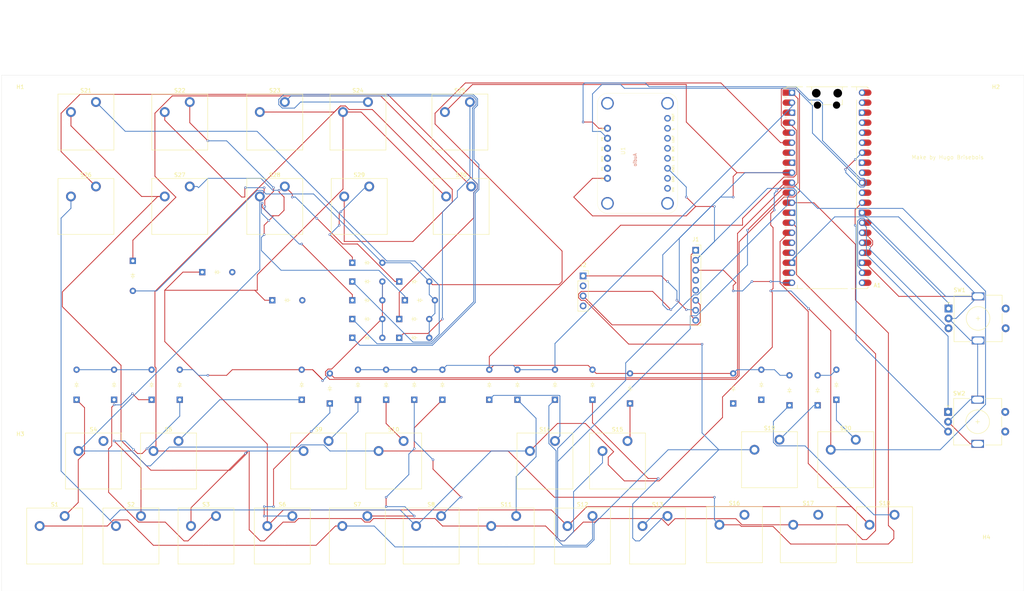
<source format=kicad_pcb>
(kicad_pcb (version 20241229) (generator "pcbnew") (generator_version "9.0")
  (layers (0 "F.Cu" signal) (2 "B.Cu" signal) (13 "F.Paste" user) (15 "B.Paste" user) (5 "F.SilkS" user "F.Silkscreen") (7 "B.SilkS" user "B.Silkscreen") (1 "F.Mask" user) (3 "B.Mask" user) (25 "Edge.Cuts" user))
  (net 0 "")
  (net 1 "row4")
  (net 2 "b2")
  (net 3 "din")
  (net 4 "row1")
  (net 5 "GND")
  (net 6 "row0")
  (net 7 "2S1")
  (net 9 "col5")
  (net 10 "BCK")
  (net 11 "mosi")
  (net 13 "a2")
  (net 14 "col4")
  (net 15 "CS_LCD")
  (net 18 "sck")
  (net 19 "col2")
  (net 20 "col0")
  (net 21 "b1")
  (net 25 "col1")
  (net 26 "col3")
  (net 27 "row2")
  (net 30 "row3")
  (net 31 "a1")
  (net 32 "AO")
  (net 33 "1S1")
  (net 34 "LRCK")
  (net 35 "Net-(D1-K)")
  (net 36 "Net-(D2-K)")
  (net 37 "Net-(D3-K)")
  (net 38 "Net-(D4-K)")
  (net 39 "Net-(D5-K)")
  (net 40 "Net-(D6-K)")
  (net 41 "Net-(D7-K)")
  (net 42 "Net-(D8-K)")
  (net 43 "Net-(D9-K)")
  (net 44 "Net-(D10-K)")
  (net 45 "Net-(D11-K)")
  (net 46 "Net-(D12-K)")
  (net 47 "Net-(D13-K)")
  (net 48 "Net-(D14-K)")
  (net 49 "Net-(D15-K)")
  (net 50 "Net-(D16-K)")
  (net 51 "Net-(D17-K)")
  (net 52 "Net-(D18-K)")
  (net 53 "Net-(D19-K)")
  (net 54 "Net-(D20-K)")
  (net 55 "Net-(D21-K)")
  (net 56 "Net-(D22-K)")
  (net 57 "Net-(D23-K)")
  (net 58 "Net-(D24-K)")
  (net 59 "Net-(D25-K)")
  (net 60 "Net-(D26-K)")
  (net 61 "Net-(D27-K)")
  (net 62 "Net-(D28-K)")
  (net 63 "Net-(D29-K)")
  (net 64 "Net-(D30-K)")
  (net 65 "1S2")
  (net 66 "2S2")
  (net 67 "+3V3")
  (net 68 "SCK")
  (net 69 "MISO")
  (net 70 "1s2")
  (net 71 "1s1")
  (net 72 "2s1")
  (net 73 "2s2")
  (net 84 "RST")
  (net 85 "MOSI")
  (net 86 "A0")
  (net 87 "CS_SD")
  (footprint "ScottoKeebs_MX:MX_PCB_1.00u" (layer "F.Cu") (at 209.2325 133.35)
    (property "Reference" "S19")
    (property "Value" "Keyswitch")
  )
  (footprint "ScottoKeebs_Components:Diode_DO-35" (layer "F.Cu") (at 103.34625 83.34375)
    (property "Reference" "D29" (hide yes))
    (property "Value" "Diode" (hide yes))
  )
  (footprint "ScottoKeebs_MX:MX_PCB_1.00u" (layer "F.Cu") (at 228.6 133.35)
    (property "Reference" "S20")
    (property "Value" "Keyswitch")
  )
  (footprint "ScottoKeebs_Components:Diode_DO-35" (layer "F.Cu") (at 104.775 118.11 90)
    (property "Reference" "D9" (hide yes))
    (property "Value" "Diode" (hide yes))
  )
  (footprint "MountingHole:MountingHole_3.2mm_M3" (layer "F.Cu") (at 19.05 130.96875)
    (property "Reference" "H3")
    (property "Value" "MountingHole")
  )
  (footprint "ScottoKeebs_MX:MX_PCB_1.00u" (layer "F.Cu") (at 170.65625 133.6675)
    (property "Reference" "S15")
    (property "Value" "Keyswitch")
  )
  (footprint "ScottoKeebs_MX:MX_PCB_1.00u" (layer "F.Cu") (at 59.53125 69.05625)
    (property "Reference" "S27")
    (property "Value" "Keyswitch")
  )
  (footprint "ScottoKeebs_MX:MX_PCB_1.00u" (layer "F.Cu") (at 35.71875 47.625)
    (property "Reference" "S21")
    (property "Value" "Keyswitch")
  )
  (footprint "ScottoKeebs_Components:Diode_DO-35" (layer "F.Cu") (at 119.0625 118.11 90)
    (property "Reference" "D8" (hide yes))
    (property "Value" "Diode" (hide yes))
  )
  (footprint "Rotary_Encoder:RotaryEncoder_Alps_EC11E-Switch_Vertical_H20mm" (layer "F.Cu") (at 254.58125 121.20625)
    (property "Reference" "SW2")
    (property "Value" "RotaryEncoder_Switch_MP")
  )
  (footprint "ScottoKeebs_MX:MX_PCB_1.00u" (layer "F.Cu") (at 27.78125 152.7175)
    (property "Reference" "S1")
    (property "Value" "Keyswitch")
  )
  (footprint "ScottoKeebs_Components:Diode_DO-35" (layer "F.Cu") (at 115.2525 88.10625)
    (property "Reference" "D28" (hide yes))
    (property "Value" "Diode" (hide yes))
  )
  (footprint "ScottoKeebs_Scotto:PCM5100 I2S DAC" (layer "F.Cu") (at 175.57725 55.4445 90)
    (property "Reference" "U1")
    (property "Value" "PCM5100")
  )
  (footprint "ScottoKeebs_MX:MX_PCB_1.00u" (layer "F.Cu") (at 85.56625 152.7175)
    (property "Reference" "S6")
    (property "Value" "Keyswitch")
  )
  (footprint "ScottoKeebs_MX:MX_PCB_1.00u" (layer "F.Cu") (at 105.0925 69.05625)
    (property "Reference" "S29")
    (property "Value" "Keyswitch")
  )
  (footprint "Connector_PinSocket_2.54mm:PinSocket_1x08_P2.54mm_Vertical" (layer "F.Cu") (at 190.5 80.16875)
    (property "Reference" "J1")
    (property "Value" "S37735R")
  )
  (footprint "ScottoKeebs_Components:Diode_DO-35" (layer "F.Cu") (at 214.3125 119.53875 90)
    (property "Reference" "D18" (hide yes))
    (property "Value" "Diode" (hide yes))
  )
  (footprint "ScottoKeebs_MX:MX_PCB_1.00u" (layer "F.Cu") (at 142.39875 152.7175)
    (property "Reference" "S11")
    (property "Value" "Keyswitch")
  )
  (footprint "ScottoKeebs_Components:Diode_DO-35" (layer "F.Cu") (at 111.91875 118.11 90)
    (property "Reference" "D10" (hide yes))
    (property "Value" "Diode" (hide yes))
  )
  (footprint "ScottoKeebs_MX:MX_PCB_1.00u" (layer "F.Cu") (at 180.81625 152.7175)
    (property "Reference" "S13")
    (property "Value" "Keyswitch")
  )
  (footprint "ScottoKeebs_Components:Diode_DO-35" (layer "F.Cu") (at 83.02625 92.86875)
    (property "Reference" "D32" (hide yes))
    (property "Value" "1N4148" (hide yes))
  )
  (footprint "Rotary_Encoder:RotaryEncoder_Alps_EC11E-Switch_Vertical_H20mm" (layer "F.Cu") (at 254.6875 94.975063)
    (property "Reference" "SW1")
    (property "Value" "RotaryEncoder_Switch_MP")
  )
  (footprint "MountingHole:MountingHole_3.2mm_M3" (layer "F.Cu") (at 19.05 42.8625)
    (property "Reference" "H1")
    (property "Value" "MountingHole")
  )
  (footprint "ScottoKeebs_Components:Diode_DO-35" (layer "F.Cu") (at 33.3375 118.11 90)
    (property "Reference" "D1" (hide yes))
    (property "Value" "Diode" (hide yes))
  )
  (footprint "ScottoKeebs_Components:Diode_DO-35" (layer "F.Cu") (at 115.2525 102.39375)
    (property "Reference" "D25" (hide yes))
    (property "Value" "Diode" (hide yes))
  )
  (footprint "ScottoKeebs_Components:Diode_DO-35" (layer "F.Cu") (at 164.30625 118.11 90)
    (property "Reference" "D13" (hide yes))
    (property "Value" "Diode" (hide yes))
  )
  (footprint "ScottoKeebs_MX:MX_PCB_1.00u" (layer "F.Cu") (at 130.96875 69.05625)
    (property "Reference" "S30")
    (property "Value" "Keyswitch")
  )
  (footprint "ScottoKeebs_MX:MX_PCB_1.00u" (layer "F.Cu") (at 200.3425 152.4)
    (property "Reference" "S16")
    (property "Value" "Keyswitch")
  )
  (footprint "ScottoKeebs_Components:Diode_DO-35" (layer "F.Cu") (at 103.34625 97.63125)
    (property "Reference" "D23" (hide yes))
    (property "Value" "Diode" (hide yes))
  )
  (footprint "ScottoKeebs_MX:MX_PCB_1.00u" (layer "F.Cu") (at 59.53125 47.625)
    (property "Reference" "S22")
    (property "Value" "Keyswitch")
  )
  (footprint "ScottoKeebs_MX:MX_PCB_1.00u" (layer "F.Cu") (at 35.71875 69.05625)
    (property "Reference" "S26")
    (property "Value" "Keyswitch")
  )
  (footprint "ScottoKeebs_Components:Diode_DO-35" (layer "F.Cu") (at 42.8625 118.11 90)
    (property "Reference" "D4" (hide yes))
    (property "Value" "Diode" (hide yes))
  )
  (footprint "ScottoKeebs_MX:MX_PCB_1.00u" (layer "F.Cu") (at 123.34875 152.7175)
    (property "Reference" "S8")
    (property "Value" "Keyswitch")
  )
  (footprint "ScottoKeebs_Components:Diode_DO-35" (layer "F.Cu") (at 126.20625 118.11 90)
    (property "Reference" "D7" (hide yes))
    (property "Value" "Diode" (hide yes))
  )
  (footprint "ScottoKeebs_Components:Diode_DO-35" (layer "F.Cu") (at 97.63125 119.0625 90)
    (property "Reference" "D6" (hide yes))
    (property "Value" "Diode" (hide yes))
  )
  (footprint "ScottoKeebs_Components:Diode_DO-35" (layer "F.Cu") (at 59.53125 118.11 90)
    (property "Reference" "D2" (hide yes))
    (property "Value" "Diode" (hide yes))
  )
  (footprint "ScottoKeebs_Components:Diode_DO-35" (layer "F.Cu") (at 226.21875 118.11 90)
    (property "Reference" "D20" (hide yes))
    (property "Value" "Diode" (hide yes))
  )
  (footprint "Connector_PinSocket_2.54mm:PinSocket_1x04_P2.54mm_Vertical" (layer "F.Cu") (at 161.925 86.6775)
    (property "Reference" "J2")
    (property "Value" "SD Card")
  )
  (footprint "ScottoKeebs_Components:Diode_DO-35" (layer "F.Cu") (at 154.78125 118.11 90)
    (property "Reference" "D12" (hide yes))
    (property "Value" "Diode" (hide yes))
  )
  (footprint "ScottoKeebs_MX:MX_PCB_1.00u" (layer "F.Cu") (at 238.4425 152.4)
    (property "Reference" "S18")
    (property "Value" "Keyswitch")
  )
  (footprint "ScottoKeebs_Components:Diode_DO-35" (layer "F.Cu") (at 115.2525 97.63125)
    (property "Reference" "D26" (hide yes))
    (property "Value" "Diode" (hide yes))
  )
  (footprint "ScottoKeebs_MX:MX_PCB_1.00u" (layer "F.Cu") (at 219.075 152.4)
    (property "Reference" "S17")
    (property "Value" "Keyswitch")
  )
  (footprint "ScottoKeebs_Components:Diode_DO-35" (layer "F.Cu") (at 221.45625 119.53875 90)
    (property "Reference" "D19" (hide yes))
    (property "Value" "Diode" (hide yes))
  )
  (footprint "ScottoKeebs_MX:MX_PCB_1.00u" (layer "F.Cu") (at 161.76625 152.7175)
    (property "Reference" "S12")
    (property "Value" "Keyswitch")
  )
  (footprint "ScottoKeebs_Components:Diode_DO-35" (layer "F.Cu") (at 65.24625 85.725)
    (property "Reference" "D31" (hide yes))
    (property "Value" "1N4148" (hide yes))
  )
  (footprint "ScottoKeebs_MX:MX_PCB_1.00u" (layer "F.Cu") (at 104.775 47.625)
    (property "Reference" "S24")
    (property "Value" "Keyswitch")
  )
  (footprint "MountingHole:MountingHole_3.2mm_M3" (layer "F.Cu") (at 264.31875 157.1625)
    (property "Reference" "H4")
    (property "Value" "MountingHole")
  )
  (footprint "ScottoKeebs_Components:Diode_DO-35" (layer "F.Cu") (at 103.34625 88.10625)
    (property "Reference" "D21" (hide yes))
    (property "Value" "Diode" (hide yes))
  )
  (footprint "ScottoKeebs_Components:Diode_DO-35" (layer "F.Cu") (at 138.1125 118.11 90)
    (property "Reference" "D14" (hide yes))
    (property "Value" "Diode" (hide yes))
  )
  (footprint "ScottoKeebs_MX:MX_PCB_1.00u" (layer "F.Cu") (at 56.67375 133.6675)
    (property "Reference" "S5")
    (property "Value" "Keyswitch")
  )
  (footprint "ScottoKeebs_Components:Diode_DO-35" (layer "F.Cu") (at 103.34625 92.86875)
    (property "Reference" "D22" (hide yes))
    (property "Value" "Diode" (hide yes))
  )
  (footprint "ScottoKeebs_MX:MX_PCB_1.00u" (layer "F.Cu") (at 130.65125 47.625)
    (property "Reference" "S25")
    (property "Value" "Keyswitch")
  )
  (footprint "ScottoKeebs_MX:MX_PCB_1.00u" (layer "F.Cu") (at 37.62375 133.6675)
    (property "Reference" "S4")
    (property "Value" "Keyswitch")
  )
  (footprint "ScottoKeebs_MX:MX_PCB_1.00u" (layer "F.Cu") (at 104.61625 152.7175)
    (property "Reference" "S7")
    (property "Value" "Keyswitch")
  )
  (footprint "MountingHole:MountingHole_3.2mm_M3" (layer "F.Cu") (at 266.7 42.8625)
    (property "Reference" "H2")
    (property "Value" "MountingHole")
  )
  (footprint "ScottoKeebs_Components:Diode_DO-35" (layer "F.Cu") (at 52.3875 118.11 90)
    (property "Reference" "D3" (hide yes))
    (property "Value" "Diode" (hide yes))
  )
  (footprint "ScottoKeebs_Components:Diode_DO-35" (layer "F.Cu") (at 207.16875 118.11 90)
    (property "Reference" "D17" (hide yes))
    (property "Value" "Diode" (hide yes))
  )
  (footprint "ScottoKeebs_Components:Diode_DO-35" (layer "F.Cu") (at 103.34625 102.39375)
    (property "Reference" "D24" (hide yes))
    (property "Value" "Diode" (hide yes))
  )
  (footprint "ScottoKeebs_MX:MX_PCB_1.00u" (layer "F.Cu") (at 83.66125 47.625)
    (property "Reference" "S23")
    (property "Value" "Keyswitch")
  )
  (footprint "ScottoKeebs_Components:Diode_DO-35" (layer "F.Cu") (at 116.68125 92.86875)
    (property "Reference" "D27" (hide yes))
    (property "Value" "Diode" (hide yes))
  )
  (footprint "ScottoKeebs_MX:MX_PCB_1.00u" (layer "F.Cu") (at 113.82375 133.6675)
    (property "Reference" "S10")
    (property "Value" "Keyswitch")
  )
  (footprint "ScottoKeebs_Components:Diode_DO-35" (layer "F.Cu") (at 145.25625 118.11 90)
    (property "Reference" "D11" (hide yes))
    (property "Value" "Diode" (hide yes))
  )
  (footprint "ScottoKeebs_Components:Diode_DO-35" (layer "F.Cu") (at 173.83125 119.0625 90)
    (property "Reference" "D15" (hide yes))
    (property "Value" "Diode" (hide yes))
  )
  (footprint "ScottoKeebs_MX:MX_PCB_1.00u" (layer "F.Cu") (at 152.24125 133.6675)
    (property "Reference" "S14")
    (property "Value" "Keyswitch")
  )
  (footprint "ScottoKeebs_Components:Diode_DO-35" (layer "F.Cu") (at 90.4875 118.11 90)
    (property "Reference" "D5" (hide yes))
    (property "Value" "Diode" (hide yes))
  )
  (footprint "ScottoKeebs_MX:MX_PCB_1.00u" (layer "F.Cu") (at 94.77375 133.6675)
    (property "Reference" "S9")
    (property "Value" "Keyswitch")
  )
  (footprint "ScottoKeebs_MX:MX_PCB_1.00u" (layer "F.Cu") (at 66.19875 152.7175)
    (property "Reference" "S3")
    (property "Value" "Keyswitch")
  )
  (footprint "ScottoKeebs_MX:MX_PCB_1.00u" (layer "F.Cu") (at 47.14875 152.7175)
    (property "Reference" "S2")
    (property "Value" "Keyswitch")
  )
  (footprint "Module:RaspberryPi_Pico_Common_Unspecified" (layer "F.Cu") (at 223.8375 64.29375)
    (property "Reference" "A1")
    (property "Value" "RaspberryPi_Pico")
  )
  (footprint "ScottoKeebs_MX:MX_PCB_1.00u" (layer "F.Cu") (at 83.66125 69.05625)
    (property "Reference" "S28")
    (property "Value" "Keyswitch")
  )
  (footprint "ScottoKeebs_Components:Diode_DO-35" (layer "F.Cu") (at 47.625 82.8675 -90)
    (property "Reference" "D30" (hide yes))
    (property "Value" "Diode" (hide yes))
  )
  (footprint "ScottoKeebs_Components:Diode_DO-35" (layer "F.Cu") (at 200.025 119.0625 90)
    (property "Reference" "D16" (hide yes))
    (property "Value" "Diode" (hide yes))
  )
  (gr_rect (start 14.2875 35.71875) (end 273.84375 166.6875) (stroke (width 0.05)) (fill no) (layer "Edge.Cuts"))
  (gr_text "Make by Hugo Brisebois" (at 245.26875 57.15 0) (layer "F.SilkS") (effects (font (size 1 1) (thickness 0.1)) (justify left bottom)))
  (segment (start 124.34525 48.132826) (end 124.34525 45.387554) (width 0.2) (layer "F.Cu") (net 1))
  (segment (start 132.033804 37.699) (end 196.90475 37.699) (width 0.2) (layer "F.Cu") (net 1))
  (segment (start 155.795401 88.906249) (end 156.5954 88.10625) (width 0.2) (layer "F.Cu") (net 1))
  (segment (start 212.0695 52.86375) (end 214.9475 52.86375) (width 0.2) (layer "F.Cu") (net 1))
  (segment (start 123.672499 88.906249) (end 155.795401 88.906249) (width 0.2) (layer "F.Cu") (net 1))
  (segment (start 122.8725 88.10625) (end 123.672499 88.906249) (width 0.2) (layer "F.Cu") (net 1))
  (segment (start 124.34525 45.387554) (end 132.033804 37.699) (width 0.2) (layer "F.Cu") (net 1))
  (segment (start 156.5954 80.382976) (end 124.34525 48.132826) (width 0.2) (layer "F.Cu") (net 1))
  (segment (start 196.90475 37.699) (end 212.0695 52.86375) (width 0.2) (layer "F.Cu") (net 1))
  (segment (start 156.5954 88.10625) (end 156.5954 80.382976) (width 0.2) (layer "F.Cu") (net 1))
  (segment (start 79.208804 64.96525) (end 80.493696 64.96525) (width 0.2) (layer "B.Cu") (net 1))
  (segment (start 81.40225 65.873804) (end 93.496304 65.873804) (width 0.2) (layer "B.Cu") (net 1))
  (segment (start 122.8725 97.63125) (end 122.8725 102.39375) (width 0.2) (layer "B.Cu") (net 1))
  (segment (start 118.11 83.34375) (end 122.8725 88.10625) (width 0.2) (layer "B.Cu") (net 1))
  (segment (start 110.96625 83.34375) (end 118.11 83.34375) (width 0.2) (layer "B.Cu") (net 1))
  (segment (start 124.30125 96.2025) (end 122.8725 97.63125) (width 0.2) (layer "B.Cu") (net 1))
  (segment (start 53.686554 90.4875) (end 79.208804 64.96525) (width 0.2) (layer "B.Cu") (net 1))
  (segment (start 124.30125 92.86875) (end 124.30125 96.2025) (width 0.2) (layer "B.Cu") (net 1))
  (segment (start 122.8725 88.10625) (end 122.8725 91.44) (width 0.2) (layer "B.Cu") (net 1))
  (segment (start 93.496304 65.873804) (end 110.96625 83.34375) (width 0.2) (layer "B.Cu") (net 1))
  (segment (start 47.625 90.4875) (end 53.686554 90.4875) (width 0.2) (layer "B.Cu") (net 1))
  (segment (start 80.493696 64.96525) (end 81.40225 65.873804) (width 0.2) (layer "B.Cu") (net 1))
  (segment (start 122.8725 91.44) (end 124.30125 92.86875) (width 0.2) (layer "B.Cu") (net 1))
  (segment (start 230.98125 69.85) (end 232.7275 68.10375) (width 0.2) (layer "F.Cu") (net 2))
  (segment (start 230.98125 73.81875) (end 230.98125 69.85) (width 0.2) (layer "F.Cu") (net 2))
  (via (at 230.98125 73.81875) (size 0.6) (drill 0.3) (layers "F.Cu" "B.Cu") (net 2))
  (segment (start 254.58125 126.20625) (end 231.2205 102.8455) (width 0.2) (layer "B.Cu") (net 2))
  (segment (start 231.2205 102.8455) (end 231.2205 74.058) (width 0.2) (layer "B.Cu") (net 2))
  (segment (start 231.2205 74.058) (end 230.98125 73.81875) (width 0.2) (layer "B.Cu") (net 2))
  (segment (start 165.89375 49.2125) (end 168.11625 49.2125) (width 0.2) (layer "F.Cu") (net 3))
  (segment (start 230.98125 57.15) (end 228.493235 59.638015) (width 0.2) (layer "F.Cu") (net 3))
  (segment (start 161.925 47.625) (end 164.30625 47.625) (width 0.2) (layer "F.Cu") (net 3))
  (segment (start 164.30625 47.625) (end 165.89375 49.2125) (width 0.2) (layer "F.Cu") (net 3))
  (via (at 230.98125 57.15) (size 0.6) (drill 0.3) (layers "F.Cu" "B.Cu") (net 3))
  (via (at 161.925 47.625) (size 0.6) (drill 0.3) (layers "F.Cu" "B.Cu") (net 3))
  (via (at 228.493235 59.638015) (size 0.6) (drill 0.3) (layers "F.Cu" "B.Cu") (net 3))
  (segment (start 162.326 37.699) (end 161.925 38.1) (width 0.2) (layer "B.Cu") (net 3))
  (segment (start 222.6885 52.3398) (end 232.27145 61.92275) (width 0.2) (layer "B.Cu") (net 3))
  (segment (start 177.70425 37.699) (end 162.326 37.699) (width 0.2) (layer "B.Cu") (net 3))
  (segment (start 233.18355 64.12475) (end 232.27145 64.12475) (width 0.2) (layer "B.Cu") (net 3))
  (segment (start 233.8285 63.4798) (end 233.18355 64.12475) (width 0.2) (layer "B.Cu") (net 3))
  (segment (start 228.6 60.4533) (end 228.6 59.53125) (width 0.2) (layer "B.Cu") (net 3))
  (segment (start 221.941037 42.04775) (end 222.6885 42.795213) (width 0.2) (layer "B.Cu") (net 3))
  (segment (start 233.18355 61.92275) (end 233.8285 62.5677) (width 0.2) (layer "B.Cu") (net 3))
  (segment (start 219.312664 42.04775) (end 221.941037 42.04775) (width 0.2) (layer "B.Cu") (net 3))
  (segment (start 178.667 38.66175) (end 177.70425 37.699) (width 0.2) (layer "B.Cu") (net 3))
  (segment (start 232.27145 61.92275) (end 233.18355 61.92275) (width 0.2) (layer "B.Cu") (net 3))
  (segment (start 161.925 38.1) (end 161.925 47.625) (width 0.2) (layer "B.Cu") (net 3))
  (segment (start 215.926664 38.66175) (end 219.312664 42.04775) (width 0.2) (layer "B.Cu") (net 3))
  (segment (start 233.8285 62.5677) (end 233.8285 63.4798) (width 0.2) (layer "B.Cu") (net 3))
  (segment (start 232.27145 64.12475) (end 228.6 60.4533) (width 0.2) (layer "B.Cu") (net 3))
  (segment (start 232.7275 55.40375) (end 230.98125 57.15) (width 0.2) (layer "B.Cu") (net 3))
  (segment (start 178.667 38.66175) (end 215.926664 38.66175) (width 0.2) (layer "B.Cu") (net 3))
  (segment (start 222.6885 42.795213) (end 222.6885 52.3398) (width 0.2) (layer "B.Cu") (net 3))
  (segment (start 228.6 59.53125) (end 228.493235 59.638015) (width 0.2) (layer "B.Cu") (net 3))
  (segment (start 154.78125 110.49) (end 154.78125 103.845878) (width 0.2) (layer "B.Cu") (net 4))
  (segment (start 154.78125 103.845878) (end 214.9475 43.679628) (width 0.2) (layer "B.Cu") (net 4))
  (segment (start 126.20625 110.49) (end 127.30725 109.389) (width 0.2) (layer "B.Cu") (net 4))
  (segment (start 214.9475 43.679628) (end 214.9475 42.70375) (width 0.2) (layer "B.Cu") (net 4))
  (segment (start 104.775 110.49) (end 126.20625 110.49) (width 0.2) (layer "B.Cu") (net 4))
  (segment (start 145.25625 110.49) (end 154.78125 110.49) (width 0.2) (layer "B.Cu") (net 4))
  (segment (start 127.30725 109.389) (end 144.15525 109.389) (width 0.2) (layer "B.Cu") (net 4))
  (segment (start 144.15525 109.389) (end 145.25625 110.49) (width 0.2) (layer "B.Cu") (net 4))
  (segment (start 262.08125 129.30625) (end 260.18125 129.30625) (width 0.2) (layer "F.Cu") (net 5))
  (segment (start 190.5 69.05625) (end 195.2625 69.05625) (width 0.2) (layer "F.Cu") (net 5))
  (segment (start 164.30625 61.9125) (end 159.54375 66.675) (width 0.2) (layer "F.Cu") (net 5))
  (segment (start 164.30625 71.4375) (end 188.11875 71.4375) (width 0.2) (layer "F.Cu") (net 5))
  (segment (start 159.54375 66.675) (end 164.30625 71.4375) (width 0.2) (layer "F.Cu") (net 5))
  (segment (start 242.058813 91.875063) (end 233.5275 83.34375) (width 0.2) (layer "F.Cu") (net 5))
  (segment (start 260.18125 129.30625) (end 254.58125 123.70625) (width 0.2) (layer "F.Cu") (net 5))
  (segment (start 188.11875 66.675) (end 190.5 69.05625) (width 0.2) (layer "F.Cu") (net 5))
  (segment (start 262.1875 91.875063) (end 242.058813 91.875063) (width 0.2) (layer "F.Cu") (net 5))
  (segment (start 168.11625 61.9125) (end 164.30625 61.9125) (width 0.2) (layer "F.Cu") (net 5))
  (segment (start 188.11875 71.4375) (end 190.5 69.05625) (width 0.2) (layer "F.Cu") (net 5))
  (via (at 188.11875 66.675) (size 0.6) (drill 0.3) (layers "F.Cu" "B.Cu") (net 5))
  (via (at 195.2625 69.05625) (size 0.6) (drill 0.3) (layers "F.Cu" "B.Cu") (net 5))
  (segment (start 208.746 64.46275) (end 215.40355 64.46275) (width 0.2) (layer "B.Cu") (net 5))
  (segment (start 216.0485 81.60775) (end 214.3125 83.34375) (width 0.2) (layer "B.Cu") (net 5))
  (segment (start 260.2875 103.075063) (end 254.6875 97.475063) (width 0.2) (layer "B.Cu") (net 5))
  (segment (start 215.40355 64.46275) (end 216.0485 65.1077) (width 0.2) (layer "B.Cu") (net 5))
  (segment (start 190.5 82.70875) (end 208.746 64.46275) (width 0.2) (layer "B.Cu") (net 5))
  (segment (start 195.2625 77.94625) (end 190.5 82.70875) (width 0.2) (layer "B.Cu") (net 5))
  (segment (start 260.18125 118.10625) (end 262.08125 118.10625) (width 0.2) (layer "B.Cu") (net 5))
  (segment (start 262.1875 91.875063) (end 241.994187 71.68175) (width 0.2) (layer "B.Cu") (net 5))
  (segment (start 262.1875 103.075063) (end 260.2875 103.075063) (width 0.2) (layer "B.Cu") (net 5))
  (segment (start 262.08125 118.10625) (end 262.08125 103.181313) (width 0.2) (layer "B.Cu") (net 5))
  (segment (start 254.58125 123.70625) (end 260.18125 118.10625) (width 0.2) (layer "B.Cu") (net 5))
  (segment (start 253.958813 91.875063) (end 232.7275 70.64375) (width 0.2) (layer "B.Cu") (net 5))
  (segment (start 216.0485 65.1077) (end 216.0485 81.60775) (width 0.2) (layer "B.Cu") (net 5))
  (segment (start 195.2625 69.05625) (end 195.2625 77.94625) (width 0.2) (layer "B.Cu") (net 5))
  (segment (start 241.994187 71.68175) (end 225.8045 71.68175) (width 0.2) (layer "B.Cu") (net 5))
  (segment (start 262.1875 91.875063) (end 253.958813 91.875063) (width 0.2) (layer "B.Cu") (net 5))
  (segment (start 254.6875 97.475063) (end 256.5875 97.475063) (width 0.2) (layer "B.Cu") (net 5))
  (segment (start 225.8045 71.68175) (end 214.9475 82.53875) (width 0.2) (layer "B.Cu") (net 5))
  (segment (start 188.11875 64.135) (end 188.11875 66.675) (width 0.2) (layer "B.Cu") (net 5))
  (segment (start 256.5875 97.475063) (end 262.1875 91.875063) (width 0.2) (layer "B.Cu") (net 5))
  (segment (start 214.9475 82.53875) (end 214.9475 83.34375) (width 0.2) (layer "B.Cu") (net 5))
  (segment (start 183.35625 59.3725) (end 188.11875 64.135) (width 0.2) (layer "B.Cu") (net 5))
  (segment (start 71.4375 111.91875) (end 66.675 111.91875) (width 0.2) (layer "F.Cu") (net 6))
  (segment (start 215.40355 64.12475) (end 216.4545 63.0738) (width 0.2) (layer "F.Cu") (net 6))
  (segment (start 216.4545 63.0738) (end 216.4545 41.67075) (width 0.2) (layer "F.Cu") (net 6))
  (segment (start 93.266574 110.49) (end 95.925162 113.148588) (width 0.2) (layer "F.Cu") (net 6))
  (segment (start 93.266574 110.49) (end 95.784447 113.007873) (width 0.2) (layer "F.Cu") (net 6))
  (segment (start 95.784447 113.007873) (end 95.784447 113.289303) (width 0.2) (layer "F.Cu") (net 6))
  (segment (start 90.4875 110.49) (end 72.86625 110.49) (width 0.2) (layer "F.Cu") (net 6))
  (segment (start 72.86625 110.49) (end 71.4375 111.91875) (width 0.2) (layer "F.Cu") (net 6))
  (segment (start 200.48105 112.5435) (end 201.126 111.89855) (width 0.2) (layer "F.Cu") (net 6))
  (segment (start 97.63125 111.4425) (end 98.73225 112.5435) (width 0.2) (layer "F.Cu") (net 6))
  (segment (start 212.89145 64.12475) (end 215.40355 64.12475) (width 0.2) (layer "F.Cu") (net 6))
  (segment (start 98.73225 112.5435) (end 200.48105 112.5435) (width 0.2) (layer "F.Cu") (net 6))
  (segment (start 201.126 111.89855) (end 201.126 75.8902) (width 0.2) (layer "F.Cu") (net 6))
  (segment (start 216.4545 41.67075) (end 214.9475 40.16375) (width 0.2) (layer "F.Cu") (net 6))
  (segment (start 90.4875 110.49) (end 93.266574 110.49) (width 0.2) (layer "F.Cu") (net 6))
  (segment (start 201.126 75.8902) (end 212.89145 64.12475) (width 0.2) (layer "F.Cu") (net 6))
  (via (at 95.784447 113.289303) (size 0.6) (drill 0.3) (layers "F.Cu" "B.Cu") (net 6))
  (via (at 66.675 111.91875) (size 0.6) (drill 0.3) (layers "F.Cu" "B.Cu") (net 6))
  (segment (start 62.865 110.49) (end 59.53125 110.49) (width 0.2) (layer "B.Cu") (net 6))
  (segment (start 42.8625 110.49) (end 33.3375 110.49) (width 0.2) (layer "B.Cu") (net 6))
  (segment (start 66.675 111.91875) (end 64.29375 111.91875) (width 0.2) (layer "B.Cu") (net 6))
  (segment (start 95.784447 113.289303) (end 97.63125 111.4425) (width 0.2) (layer "B.Cu") (net 6))
  (segment (start 52.3875 110.49) (end 42.8625 110.49) (width 0.2) (layer "B.Cu") (net 6))
  (segment (start 64.29375 111.91875) (end 62.865 110.49) (width 0.2) (layer "B.Cu") (net 6))
  (segment (start 157.95625 150.1775) (end 162.8775 145.25625) (width 0.2) (layer "F.Cu") (net 9))
  (segment (start 55.72125 90.32875) (end 55.72125 103.34625) (width 0.2) (layer "F.Cu") (net 9))
  (segment (start 65.24625 85.725) (end 60.325 85.725) (width 0.2) (layer "F.Cu") (net 9))
  (segment (start 85.84725 146.0865) (end 153.86525 146.0865) (width 0.2) (layer "F.Cu") (net 9))
  (segment (start 219.075 95.7083) (end 211.93125 88.56455) (width 0.2) (layer "F.Cu") (net 9))
  (segment (start 153.86525 146.0865) (end 157.95625 150.1775) (width 0.2) (layer "F.Cu") (net 9))
  (segment (start 79.21625 90.32875) (end 78.58125 90.32875) (width 0.2) (layer "F.Cu") (net 9))
  (segment (start 79.21625 86.389054) (end 79.21625 90.32875) (width 0.2) (layer "F.Cu") (net 9))
  (segment (start 83.02625 92.86875) (end 81.12125 92.86875) (width 0.2) (layer "F.Cu") (net 9))
  (segment (start 100.965 45.085) (end 100.965 64.640304) (width 0.2) (layer "F.Cu") (net 9))
  (segment (start 211.93125 77.94) (end 214.1475 75.72375) (width 0.2) (layer "F.Cu") (net 9))
  (segment (start 234.6325 149.86) (end 219.075 134.3025) (width 0.2) (layer "F.Cu") (net 9))
  (segment (start 211.93125 88.56455) (end 211.93125 77.94) (width 0.2) (layer "F.Cu") (net 9))
  (segment (start 78.58125 90.32875) (end 55.72125 90.32875) (width 0.2) (layer "F.Cu") (net 9))
  (segment (start 81.75625 150.1775) (end 85.84725 146.0865) (width 0.2) (layer "F.Cu") (net 9))
  (segment (start 100.965 64.640304) (end 79.21625 86.389054) (width 0.2) (layer "F.Cu") (net 9))
  (segment (start 60.325 85.725) (end 55.72125 90.32875) (width 0.2) (layer "F.Cu") (net 9))
  (segment (start 81.12125 92.86875) (end 78.58125 90.32875) (width 0.2) (layer "F.Cu") (net 9))
  (segment (start 81.75625 129.38125) (end 81.75625 150.1775) (width 0.2) (layer "F.Cu") (net 9))
  (segment (start 219.075 134.3025) (end 219.075 95.7083) (width 0.2) (layer "F.Cu") (net 9))
  (segment (start 230.02875 145.25625) (end 234.6325 149.86) (width 0.2) (layer "F.Cu") (net 9))
  (segment (start 162.8775 145.25625) (end 230.02875 145.25625) (width 0.2) (layer "F.Cu") (net 9))
  (segment (start 127.012424 66.51625) (end 105.581174 45.085) (width 0.2) (layer "F.Cu") (net 9))
  (segment (start 105.581174 45.085) (end 100.965 45.085) (width 0.2) (layer "F.Cu") (net 9))
  (segment (start 55.72125 103.34625) (end 81.75625 129.38125) (width 0.2) (layer "F.Cu") (net 9))
  (segment (start 215.760564 39.06275) (end 172.41275 39.06275) (width 0.2) (layer "B.Cu") (net 10))
  (segment (start 164.30625 40.48125) (end 164.30625 50.00625) (width 0.2) (layer "B.Cu") (net 10))
  (segment (start 232.7275 63.02375) (end 220.1365 50.43275) (width 0.2) (layer "B.Cu") (net 10))
  (segment (start 164.30625 50.00625) (end 166.37 50.00625) (width 0.2) (layer "B.Cu") (net 10))
  (segment (start 220.1365 50.43275) (end 220.1365 43.438686) (width 0.2) (layer "B.Cu") (net 10))
  (segment (start 220.1365 43.438686) (end 215.760564 39.06275) (width 0.2) (layer "B.Cu") (net 10))
  (segment (start 166.6875 38.1) (end 164.30625 40.48125) (width 0.2) (layer "B.Cu") (net 10))
  (segment (start 172.41275 39.06275) (end 171.45 38.1) (width 0.2) (layer "B.Cu") (net 10))
  (segment (start 166.37 50.00625) (end 168.11625 51.7525) (width 0.2) (layer "B.Cu") (net 10))
  (segment (start 171.45 38.1) (end 166.6875 38.1) (width 0.2) (layer "B.Cu") (net 10))
  (segment (start 233.8285 74.28475) (end 232.7275 73.18375) (width 0.2) (layer "B.Cu") (net 13))
  (segment (start 233.8285 81.2598) (end 233.8285 74.28475) (width 0.2) (layer "B.Cu") (net 13))
  (segment (start 254.58125 121.20625) (end 254.58125 102.01255) (width 0.2) (layer "B.Cu") (net 13))
  (segment (start 254.58125 102.01255) (end 233.8285 81.2598) (width 0.2) (layer "B.Cu") (net 13))
  (segment (start 216.0535 86.3448) (end 216.0535 74.28975) (width 0.2) (layer "F.Cu") (net 14))
  (segment (start 106.513804 149.1885) (end 107.798696 149.1885) (width 0.2) (layer "F.Cu") (net 14))
  (segment (start 215.265 149.86) (end 229.088674 149.86) (width 0.2) (layer "F.Cu") (net 14))
  (segment (start 216.0535 74.28975) (end 214.9475 73.18375) (width 0.2) (layer "F.Cu") (net 14))
  (segment (start 101.607446 43.534) (end 100.322554 43.534) (width 0.2) (layer "F.Cu") (net 14))
  (segment (start 138.58875 150.1775) (end 152.412424 150.1775) (width 0.2) (layer "F.Cu") (net 14))
  (segment (start 80.994076 153.9435) (end 85.749076 149.1885) (width 0.2) (layer "F.Cu") (net 14))
  (segment (start 152.412424 150.1775) (end 156.178424 153.9435) (width 0.2) (layer "F.Cu") (net 14))
  (segment (start 85.749076 149.1885) (end 88.748696 149.1885) (width 0.2) (layer "F.Cu") (net 14))
  (segment (start 128.70975 67.969076) (end 128.70975 64.745924) (width 0.2) (layer "F.Cu") (net 14))
  (segment (start 157.194076 153.9435) (end 161.949076 149.1885) (width 0.2) (layer "F.Cu") (net 14))
  (segment (start 232.854674 153.626) (end 233.870326 153.626) (width 0.2) (layer "F.Cu") (net 14))
  (segment (start 236.1835 106.4748) (end 216.0535 86.3448) (width 0.2) (layer "F.Cu") (net 14))
  (segment (start 126.235304 150.1775) (end 138.58875 150.1775) (width 0.2) (layer "F.Cu") (net 14))
  (segment (start 165.85725 148.279946) (end 181.80525 148.279946) (width 0.2) (layer "F.Cu") (net 14))
  (segment (start 53.4885 110.03395) (end 53.4885 130.50275) (width 0.2) (layer "F.Cu") (net 14))
  (segment (start 101.2825 66.51625) (end 101.2825 77.937316) (width 0.2) (layer "F.Cu") (net 14))
  (segment (start 77.16525 131.1275) (end 77.16525 151.130326) (width 0.2) (layer "F.Cu") (net 14))
  (segment (start 79.978424 153.9435) (end 80.994076 153.9435) (width 0.2) (layer "F.Cu") (net 14))
  (segment (start 233.870326 153.626) (end 236.1835 151.312826) (width 0.2) (layer "F.Cu") (net 14))
  (segment (start 52.86375 131.1275) (end 77.16525 131.1275) (width 0.2) (layer "F.Cu") (net 14))
  (segment (start 53.22525 109.7707) (end 53.4885 110.03395) (width 0.2) (layer "F.Cu") (net 14))
  (segment (start 236.1835 151.312826) (end 236.1835 106.4748) (width 0.2) (layer "F.Cu") (net 14))
  (segment (start 229.088674 149.86) (end 232.854674 153.626) (width 0.2) (layer "F.Cu") (net 14))
  (segment (start 183.544054 150.01875) (end 185.253804 148.309) (width 0.2) (layer "F.Cu") (net 14))
  (segment (start 98.771554 45.085) (end 100.322554 43.534) (width 0.2) (layer "F.Cu") (net 14))
  (segment (start 181.80525 148.279946) (end 183.544054 150.01875) (width 0.2) (layer "F.Cu") (net 14))
  (segment (start 161.949076 149.1885) (end 164.948696 149.1885) (width 0.2) (layer "F.Cu") (net 14))
  (segment (start 200.6965 148.309) (end 202.2475 149.86) (width 0.2) (layer "F.Cu") (net 14))
  (segment (start 108.40638 44.442554) (end 102.516 44.442554) (width 0.2) (layer "F.Cu") (net 14))
  (segment (start 100.322554 43.534) (end 53.22525 90.631304) (width 0.2) (layer "F.Cu") (net 14))
  (segment (start 128.70975 64.745924) (end 108.40638 44.442554) (width 0.2) (layer "F.Cu") (net 14))
  (segment (start 101.2825 77.937316) (end 118.74151 77.937316) (width 0.2) (layer "F.Cu") (net 14))
  (segment (start 164.948696 149.1885) (end 165.85725 148.279946) (width 0.2) (layer "F.Cu") (net 14))
  (segment (start 156.178424 153.9435) (end 157.194076 153.9435) (width 0.2) (layer "F.Cu") (net 14))
  (segment (start 185.253804 148.309) (end 200.6965 148.309) (width 0.2) (layer "F.Cu") (net 14))
  (segment (start 88.748696 149.1885) (end 89.65725 148.279946) (width 0.2) (layer "F.Cu") (net 14))
  (segment (start 108.70725 148.279946) (end 124.33775 148.279946) (width 0.2) (layer "F.Cu") (net 14))
  (segment (start 89.65725 148.279946) (end 105.60525 148.279946) (width 0.2) (layer "F.Cu") (net 14))
  (segment (start 107.798696 149.1885) (end 108.70725 148.279946) (width 0.2) (layer "F.Cu") (net 14))
  (segment (start 79.85125 45.085) (end 98.771554 45.085) (width 0.2) (layer "F.Cu") (net 14))
  (segment (start 53.22525 90.631304) (end 53.22525 109.7707) (width 0.2) (layer "F.Cu") (net 14))
  (segment (start 118.74151 77.937316) (end 128.70975 67.969076) (width 0.2) (layer "F.Cu") (net 14))
  (segment (start 202.2475 149.86) (end 215.265 149.86) (width 0.2) (layer "F.Cu") (net 14))
  (segment (start 77.16525 151.130326) (end 79.978424 153.9435) (width 0.2) (layer "F.Cu") (net 14))
  (segment (start 102.516 44.442554) (end 101.607446 43.534) (width 0.2) (layer "F.Cu") (net 14))
  (segment (start 105.60525 148.279946) (end 106.513804 149.1885) (width 0.2) (layer "F.Cu") (net 14))
  (segment (start 124.33775 148.279946) (end 126.235304 150.1775) (width 0.2) (layer "F.Cu") (net 14))
  (segment (start 190.5 85.24875) (end 197.55 85.24875) (width 0.2) (layer "F.Cu") (net 15))
  (segment (start 204.7875 88.10625) (end 209.55 88.10625) (width 0.2) (layer "F.Cu") (net 15))
  (segment (start 200.725 88.42375) (end 200.025 89.12375) (width 0.2) (layer "F.Cu") (net 15))
  (segment (start 200.025 89.12375) (end 200.025 90.4875) (width 0.2) (layer "F.Cu") (net 15))
  (segment (start 197.55 85.24875) (end 200.725 88.42375) (width 0.2) (layer "F.Cu") (net 15))
  (via (at 209.55 88.10625) (size 0.6) (drill 0.3) (layers "F.Cu" "B.Cu") (net 15))
  (via (at 200.025 90.4875) (size 0.6) (drill 0.3) (layers "F.Cu" "B.Cu") (net 15))
  (via (at 204.7875 88.10625) (size 0.6) (drill 0.3) (layers "F.Cu" "B.Cu") (net 15))
  (segment (start 200.025 90.4875) (end 202.40625 90.4875) (width 0.2) (layer "B.Cu") (net 15))
  (segment (start 202.40625 90.4875) (end 204.7875 88.10625) (width 0.2) (layer "B.Cu") (net 15))
  (segment (start 209.55 88.10625) (end 211.93125 88.10625) (width 0.2) (layer "B.Cu") (net 15))
  (segment (start 212.24875 88.42375) (end 214.9475 88.42375) (width 0.2) (layer "B.Cu") (net 15))
  (segment (start 211.93125 88.10625) (end 212.24875 88.42375) (width 0.2) (layer "B.Cu") (net 15))
  (segment (start 53.953484 66.51625) (end 29.73025 90.739484) (width 0.2) (layer "F.Cu") (net 19))
  (segment (start 213.14392 65.56375) (end 203.647585 75.060085) (width 0.2) (layer "F.Cu") (net 19))
  (segment (start 72.27425 136.0185) (end 76.76425 131.5285) (width 0.2) (layer "F.Cu") (net 19))
  (segment (start 31.90875 48.5775) (end 49.8475 66.51625) (width 0.2) (layer "F.Cu") (net 19))
  (segment (start 62.38875 145.53875) (end 76.2 131.7275) (width 0.2) (layer "F.Cu") (net 19))
  (segment (start 62.38875 150.1775) (end 62.38875 145.53875) (width 0.2) (layer "F.Cu") (net 19))
  (segment (start 31.90875 45.085) (end 31.90875 48.5775) (width 0.2) (layer "F.Cu") (net 19))
  (segment (start 76.76425 131.5285) (end 76.399 131.5285) (width 0.2) (layer "F.Cu") (net 19))
  (segment (start 52.210924 136.0185) (end 72.27425 136.0185) (width 0.2) (layer "F.Cu") (net 19))
  (segment (start 44.623924 128.4315) (end 52.210924 136.0185) (width 0.2) (layer "F.Cu") (net 19))
  (segment (start 29.73025 90.739484) (end 29.73025 94.495326) (width 0.2) (layer "F.Cu") (net 19))
  (segment (start 76.399 131.5285) (end 76.2 131.7275) (width 0.2) (layer "F.Cu") (net 19))
  (segment (start 44.623924 109.389) (end 44.623924 128.4315) (width 0.2) (layer "F.Cu") (net 19))
  (segment (start 55.72125 66.51625) (end 53.953484 66.51625) (width 0.2) (layer "F.Cu") (net 19))
  (segment (start 29.73025 94.495326) (end 44.623924 109.389) (width 0.2) (layer "F.Cu") (net 19))
  (segment (start 49.8475 66.51625) (end 55.72125 66.51625) (width 0.2) (layer "F.Cu") (net 19))
  (via (at 203.647585 75.060085) (size 0.6) (drill 0.3) (layers "F.Cu" "B.Cu") (net 19))
  (via (at 76.2 131.7275) (size 0.6) (drill 0.3) (layers "F.Cu" "B.Cu") (net 19))
  (segment (start 159.50725 141.470326) (end 166.84625 134.131326) (width 0.2) (layer "B.Cu") (net 19))
  (segment (start 190.02324 91.47975) (end 190.97676 91.47975) (width 0.2) (layer "B.Cu") (net 19))
  (segment (start 159.50725 151.630326) (end 159.50725 141.470326) (width 0.2) (layer "B.Cu") (net 19))
  (segment (start 76.8 131.1275) (end 90.96375 131.1275) (width 0.2) (layer "B.Cu") (net 19))
  (segment (start 203.647585 83.888925) (end 190.73876 96.79775) (width 0.2) (layer "B.Cu") (net 19))
  (segment (start 213.8465 68.61001) (end 213.8465 66.66475) (width 0.2) (layer "B.Cu") (net 19))
  (segment (start 157.194076 153.9435) (end 159.50725 151.630326) (width 0.2) (layer "B.Cu") (net 19))
  (segment (start 172.73025 113.18845) (end 172.73025 108.77274) (width 0.2) (layer "B.Cu") (net 19))
  (segment (start 155.46025 130.45845) (end 172.73025 113.18845) (width 0.2) (layer "B.Cu") (net 19))
  (segment (start 213.8465 66.66475) (end 214.9475 65.56375) (width 0.2) (layer "B.Cu") (net 19))
  (segment (start 155.46025 153.225326) (end 156.178424 153.9435) (width 0.2) (layer "B.Cu") (net 19))
  (segment (start 76.2 131.7275) (end 76.8 131.1275) (width 0.2) (layer "B.Cu") (net 19))
  (segment (start 166.84625 134.131326) (end 166.84625 131.1275) (width 0.2) (layer "B.Cu") (net 19))
  (segment (start 189.12095 96.79775) (end 189.12095 100.133974) (width 0.2) (layer "B.Cu") (net 19))
  (segment (start 189.12095 100.133974) (end 155.46025 133.794674) (width 0.2) (layer "B.Cu") (net 19))
  (segment (start 190.97676 91.47975) (end 213.8465 68.61001) (width 0.2) (layer "B.Cu") (net 19))
  (segment (start 172.73025 108.77274) (end 190.02324 91.47975) (width 0.2) (layer "B.Cu") (net 19))
  (segment (start 155.46025 133.794674) (end 155.46025 153.225326) (width 0.2) (layer "B.Cu") (net 19))
  (segment (start 190.73876 96.79775) (end 189.12095 96.79775) (width 0.2) (layer "B.Cu") (net 19))
  (segment (start 155.46025 153.225326) (end 155.46025 130.45845) (width 0.2) (layer "B.Cu") (net 19))
  (segment (start 156.178424 153.9435) (end 157.194076 153.9435) (width 0.2) (layer "B.Cu") (net 19))
  (segment (start 203.647585 75.060085) (end 203.647585 83.888925) (width 0.2) (layer "B.Cu") (net 19))
  (segment (start 188.11875 38.1) (end 133.82625 38.1) (width 0.2) (layer "F.Cu") (net 20))
  (segment (start 200.9775 60.48375) (end 214.1475 60.48375) (width 0.2) (layer "F.Cu") (net 20))
  (segment (start 160.774 92.23426) (end 160.774 91.28074) (width 0.2) (layer "F.Cu") (net 20))
  (segment (start 161.44824 92.9085) (end 160.774 92.23426) (width 0.2) (layer "F.Cu") (net 20))
  (segment (start 200.9775 60.48375) (end 188.11875 47.625) (width 0.2) (layer "F.Cu") (net 20))
  (segment (start 42.696304 148.6265) (end 46.382566 148.6265) (width 0.2) (layer "F.Cu") (net 20))
  (segment (start 41.145304 150.1775) (end 42.696304 148.6265) (width 0.2) (layer "F.Cu") (net 20))
  (segment (start 162.40176 92.9085) (end 161.44824 92.9085) (width 0.2) (layer "F.Cu") (net 20))
  (segment (start 200.025 61.43625) (end 200.025 66.675) (width 0.2) (layer "F.Cu") (net 20))
  (segment (start 192.11489 104.00864) (end 173.5019 104.00864) (width 0.2) (layer "F.Cu") (net 20))
  (segment (start 99.038484 150.1775) (end 100.80625 150.1775) (width 0.2) (layer "F.Cu") (net 20))
  (segment (start 173.5019 104.00864) (end 162.40176 92.9085) (width 0.2) (layer "F.Cu") (net 20))
  (segment (start 23.97125 150.1775) (end 41.145304 150.1775) (width 0.2) (layer "F.Cu") (net 20))
  (segment (start 94.147484 155.0685) (end 99.038484 150.1775) (width 0.2) (layer "F.Cu") (net 20))
  (segment (start 52.824566 155.0685) (end 94.147484 155.0685) (width 0.2) (layer "F.Cu") (net 20))
  (segment (start 46.382566 148.6265) (end 52.824566 155.0685) (width 0.2) (layer "F.Cu") (net 20))
  (segment (start 200.9775 60.48375) (end 200.025 61.43625) (width 0.2) (layer "F.Cu") (net 20))
  (segment (start 160.774 91.28074) (end 161.44824 90.6065) (width 0.2) (layer "F.Cu") (net 20))
  (segment (start 161.44824 90.6065) (end 179.562693 90.6065) (width 0.2) (layer "F.Cu") (net 20))
  (segment (start 188.11875 47.625) (end 188.11875 38.1) (width 0.2) (layer "F.Cu") (net 20))
  (segment (start 133.82625 38.1) (end 126.84125 45.085) (width 0.2) (layer "F.Cu") (net 20))
  (segment (start 179.562693 90.6065) (end 184.206193 95.25) (width 0.2) (layer "F.Cu") (net 20))
  (via (at 184.206193 95.25) (size 0.6) (drill 0.3) (layers "F.Cu" "B.Cu") (net 20))
  (via (at 200.025 66.675) (size 0.6) (drill 0.3) (layers "F.Cu" "B.Cu") (net 20))
  (via (at 192.11489 104.00864) (size 0.6) (drill 0.3) (layers "F.Cu" "B.Cu") (net 20))
  (segment (start 196.793807 66.675) (end 182.13982 81.328987) (width 0.2) (layer "B.Cu") (net 20))
  (segment (start 164.70725 149.61775) (end 164.70725 153.668416) (width 0.2) (layer "B.Cu") (net 20))
  (segment (start 108.890076 150.1775) (end 100.80625 150.1775) (width 0.2) (layer "B.Cu") (net 20))
  (segment (start 183.35625 95.25) (end 184.206193 95.25) (width 0.2) (layer "B.Cu") (net 20))
  (segment (start 164.70725 153.668416) (end 162.906166 155.4695) (width 0.2) (layer "B.Cu") (net 20))
  (segment (start 182.13982 94.03357) (end 183.35625 95.25) (width 0.2) (layer "B.Cu") (net 20))
  (segment (start 186.3385 77.130307) (end 202.985057 60.48375) (width 0.2) (layer "B.Cu") (net 20))
  (segment (start 196.37375 130.81) (end 205.4225 130.81) (width 0.2) (layer "B.Cu") (net 20))
  (segment (start 182.13982 81.328987) (end 182.13982 94.03357) (width 0.2) (layer "B.Cu") (net 20))
  (segment (start 196.37375 130.81) (end 183.515 130.81) (width 0.2) (layer "B.Cu") (net 20))
  (segment (start 177.00625 150.1775) (end 196.37375 130.81) (width 0.2) (layer "B.Cu") (net 20))
  (segment (start 196.37375 130.81) (end 192.11489 126.55114) (width 0.2) (layer "B.Cu") (net 20))
  (segment (start 183.515 130.81) (end 164.70725 149.61775) (width 0.2) (layer "B.Cu") (net 20))
  (segment (start 162.906166 155.4695) (end 114.182076 155.4695) (width 0.2) (layer "B.Cu") (net 20))
  (segment (start 184.206193 95.25) (end 186.3385 93.117693) (width 0.2) (layer "B.Cu") (net 20))
  (segment (start 114.182076 155.4695) (end 108.890076 150.1775) (width 0.2) (layer "B.Cu") (net 20))
  (segment (start 186.3385 93.117693) (end 186.3385 77.130307) (width 0.2) (layer "B.Cu") (net 20))
  (segment (start 192.11489 126.55114) (end 192.11489 104.00864) (width 0.2) (layer "B.Cu") (net 20))
  (segment (start 200.025 66.675) (end 196.793807 66.675) (width 0.2) (layer "B.Cu") (net 20))
  (segment (start 202.985057 60.48375) (end 214.9475 60.48375) (width 0.2) (layer "B.Cu") (net 20))
  (segment (start 234.666817 79.522277) (end 235.4285 78.760594) (width 0.2) (layer "F.Cu") (net 21))
  (segment (start 235.4285 77.8077) (end 233.34455 75.72375) (width 0.2) (layer "F.Cu") (net 21))
  (segment (start 235.4285 78.760594) (end 235.4285 77.8077) (width 0.2) (layer "F.Cu") (net 21))
  (via (at 234.666817 79.522277) (size 0.6) (drill 0.3) (layers "F.Cu" "B.Cu") (net 21))
  (segment (start 254.6875 99.975063) (end 234.666817 79.95438) (width 0.2) (layer "B.Cu") (net 21))
  (segment (start 234.666817 79.95438) (end 234.666817 79.522277) (width 0.2) (layer "B.Cu") (net 21))
  (segment (start 155.421324 124.137426) (end 162.50336 124.137426) (width 0.2) (layer "F.Cu") (net 25))
  (segment (start 211.104922 65.06275) (end 213.143922 63.02375) (width 0.2) (layer "F.Cu") (net 25))
  (segment (start 210.151 74.41975) (end 209.55 73.81875) (width 0.2) (layer "F.Cu") (net 25))
  (segment (start 197.31585 122.621593) (end 197.31585 117.41) (width 0.2) (layer "F.Cu") (net 25))
  (segment (start 209.951 104.77485) (end 209.951 90.8885) (width 0.2) (layer "F.Cu") (net 25))
  (segment (start 209.55 90.4875) (end 210.151 89.8865) (width 0.2) (layer "F.Cu") (net 25))
  (segment (start 169.682434 131.3165) (end 168.30525 132.693684) (width 0.2) (layer "F.Cu") (net 25))
  (segment (start 168.30525 132.693684) (end 168.30525 134.641316) (width 0.2) (layer "F.Cu") (net 25))
  (segment (start 162.50336 124.137426) (end 169.682434 131.3165) (width 0.2) (layer "F.Cu") (net 25))
  (segment (start 197.31585 117.41) (end 209.951 104.77485) (width 0.2) (layer "F.Cu") (net 25))
  (segment (start 224.79 130.81) (end 224.79 100.57477) (width 0.2) (layer "F.Cu") (net 25))
  (segment (start 168.30525 134.641316) (end 172.377434 138.7135) (width 0.2) (layer "F.Cu") (net 25))
  (segment (start 209.55 73.81875) (end 209.55 70.85473) (width 0.2) (layer "F.Cu") (net 25))
  (segment (start 148.43125 131.1275) (end 155.421324 124.137426) (width 0.2) (layer "F.Cu") (net 25))
  (segment (start 224.79 100.57477) (end 219.199265 94.984035) (width 0.2) (layer "F.Cu") (net 25))
  (segment (start 172.377434 138.7135) (end 181.223943 138.7135) (width 0.2) (layer "F.Cu") (net 25))
  (segment (start 209.55 70.85473) (end 210.44924 69.95549) (width 0.2) (layer "F.Cu") (net 25))
  (segment (start 209.951 90.8885) (end 209.55 90.4875) (width 0.2) (layer "F.Cu") (net 25))
  (segment (start 181.223943 138.7135) (end 197.31585 122.621593) (width 0.2) (layer "F.Cu") (net 25))
  (segment (start 210.151 89.8865) (end 210.151 74.41975) (width 0.2) (layer "F.Cu") (net 25))
  (via (at 210.44924 69.95549) (size 0.6) (drill 0.3) (layers "F.Cu" "B.Cu") (net 25))
  (via (at 211.104922 65.06275) (size 0.6) (drill 0.3) (layers "F.Cu" "B.Cu") (net 25))
  (via (at 209.55 90.4875) (size 0.6) (drill 0.3) (layers "F.Cu" "B.Cu") (net 25))
  (via (at 219.199265 94.984035) (size 0.6) (drill 0.3) (layers "F.Cu" "B.Cu") (net 25))
  (segment (start 264.0885 119.301) (end 264.0885 90.574063) (width 0.2) (layer "B.Cu") (net 25))
  (segment (start 243.052187 69.53775) (end 221.4615 69.53775) (width 0.2) (layer "B.Cu") (net 25))
  (segment (start 210.44924 65.718432) (end 211.104922 65.06275) (width 0.2) (layer "B.Cu") (net 25))
  (segment (start 138.58875 131.1275) (end 119.53875 150.1775) (width 0.2) (layer "B.Cu") (net 25))
  (segment (start 219.199265 94.984035) (end 214.70273 90.4875) (width 0.2) (layer "B.Cu") (net 25))
  (segment (start 148.43125 131.1275) (end 138.58875 131.1275) (width 0.2) (layer "B.Cu") (net 25))
  (segment (start 41.830625 148.669375) (end 29.41275 136.2515) (width 0.2) (layer "B.Cu") (net 25))
  (segment (start 29.41275 136.2515) (end 29.41275 72.016076) (width 0.2) (layer "B.Cu") (net 25))
  (segment (start 264.0885 90.574063) (end 243.052187 69.53775) (width 0.2) (layer "B.Cu") (net 25))
  (segment (start 214.70273 90.4875) (end 209.55 90.4875) (width 0.2) (layer "B.Cu") (net 25))
  (segment (start 44.4135 146.0865) (end 41.830625 148.669375) (width 0.2) (layer "B.Cu") (net 25))
  (segment (start 115.44775 146.0865) (end 44.4135 146.0865) (width 0.2) (layer "B.Cu") (net 25))
  (segment (start 43.33875 150.1775) (end 41.830625 148.669375) (width 0.2) (layer "B.Cu") (net 25))
  (segment (start 31.90875 69.520076) (end 31.90875 66.51625) (width 0.2) (layer "B.Cu") (net 25))
  (segment (start 252.5795 130.81) (end 264.0885 119.301) (width 0.2) (layer "B.Cu") (net 25))
  (segment (start 224.79 130.81) (end 252.5795 130.81) (width 0.2) (layer "B.Cu") (net 25))
  (segment (start 221.4615 69.53775) (end 214.9475 63.02375) (width 0.2) (layer "B.Cu") (net 25))
  (segment (start 210.44924 69.95549) (end 210.44924 65.718432) (width 0.2) (layer "B.Cu") (net 25))
  (segment (start 119.53875 150.1775) (end 115.44775 146.0865) (width 0.2) (layer "B.Cu") (net 25))
  (segment (start 29.41275 72.016076) (end 31.90875 69.520076) (width 0.2) (layer "B.Cu") (net 25))
  (segment (start 76.047354 66.675) (end 76.047354 64.446396) (width 0.2) (layer "F.Cu") (net 26))
  (segment (start 76.047354 64.446396) (end 76.2 64.29375) (width 0.2) (layer "F.Cu") (net 26))
  (segment (start 55.72125 47.139816) (end 75.256434 66.675) (width 0.2) (layer "F.Cu") (net 26))
  (segment (start 80.9625 65.405) (end 80.9625 64.29375) (width 0.2) (layer "F.Cu") (net 26))
  (segment (start 154.634924 142.875) (end 195.2625 142.875) (width 0.2) (layer "F.Cu") (net 26))
  (segment (start 231.0385 92.795199) (end 231.0385 78.6385) (width 0.2) (layer "F.Cu") (net 26))
  (segment (start 201.6804 149.86) (end 202.0814 150.261) (width 0.2) (layer "F.Cu") (net 26))
  (segment (start 210.122174 150.261) (end 214.612174 154.751) (width 0.2) (layer "F.Cu") (net 26))
  (segment (start 220.50375 68.10375) (end 214.1475 68.10375) (width 0.2) (layer "F.Cu") (net 26))
  (segment (start 202.0814 150.261) (end 210.122174 150.261) (width 0.2) (layer "F.Cu") (net 26))
  (segment (start 79.85125 66.51625) (end 80.9625 65.405) (width 0.2) (layer "F.Cu") (net 26))
  (segment (start 239.416316 154.751) (end 240.7935 153.373816) (width 0.2) (layer "F.Cu") (net 26))
  (segment (start 55.72125 45.085) (end 55.72125 47.139816) (width 0.2) (layer "F.Cu") (net 26))
  (segment (start 239.416316 150.049) (end 239.416316 101.173015) (width 0.2) (layer "F.Cu") (net 26))
  (segment (start 240.7935 153.373816) (end 240.7935 151.426184) (width 0.2) (layer "F.Cu") (net 26))
  (segment (start 231.0385 78.6385) (end 220.50375 68.10375) (width 0.2) (layer "F.Cu") (net 26))
  (segment (start 110.01375 131.1275) (end 142.887424 131.1275) (width 0.2) (layer "F.Cu") (net 26))
  (segment (start 196.5325 149.86) (end 201.6804 149.86) (width 0.2) (layer "F.Cu") (net 26))
  (segment (start 214.612174 154.751) (end 239.416316 154.751) (width 0.2) (layer "F.Cu") (net 26))
  (segment (start 239.416316 101.173015) (end 231.0385 92.795199) (width 0.2) (layer "F.Cu") (net 26))
  (segment (start 240.7935 151.426184) (end 239.416316 150.049) (width 0.2) (layer "F.Cu") (net 26))
  (segment (start 75.256434 66.675) (end 76.047354 66.675) (width 0.2) (layer "F.Cu") (net 26))
  (segment (start 142.887424 131.1275) (end 154.634924 142.875) (width 0.2) (layer "F.Cu") (net 26))
  (via (at 76.2 64.29375) (size 0.6) (drill 0.3) (layers "F.Cu" "B.Cu") (net 26))
  (via (at 80.9625 64.29375) (size 0.6) (drill 0.3) (layers "F.Cu" "B.Cu") (net 26))
  (via (at 195.2625 142.875) (size 0.6) (drill 0.3) (layers "F.Cu" "B.Cu") (net 26))
  (segment (start 195.2625 148.59) (end 196.5325 149.86) (width 0.2) (layer "B.Cu") (net 26))
  (segment (start 52.101576 134.8935) (end 56.856576 130.1385) (width 0.2) (layer "B.Cu") (net 26))
  (segment (start 33.81375 131.1275) (end 79.85125 85.09) (width 0.2) (layer "B.Cu") (net 26))
  (segment (start 97.660304 131.1275) (end 110.01375 131.1275) (width 0.2) (layer "B.Cu") (net 26))
  (segment (start 90.321304 129.5765) (end 96.109304 129.5765) (width 0.2) (layer "B.Cu") (net 26))
  (segment (start 79.85125 85.09) (end 79.85125 66.51625) (width 0.2) (layer "B.Cu") (net 26))
  (segment (start 89.759304 130.1385) (end 90.321304 129.5765) (width 0.2) (layer "B.Cu") (net 26))
  (segment (start 80.9625 64.29375) (end 76.2 64.29375) (width 0.2) (layer "B.Cu") (net 26))
  (segment (start 51.085924 134.8935) (end 52.101576 134.8935) (width 0.2) (layer "B.Cu") (net 26))
  (segment (start 56.856576 130.1385) (end 89.759304 130.1385) (width 0.2) (layer "B.Cu") (net 26))
  (segment (start 96.109304 129.5765) (end 97.660304 131.1275) (width 0.2) (layer "B.Cu") (net 26))
  (segment (start 195.2625 142.875) (end 195.2625 148.59) (width 0.2) (layer "B.Cu") (net 26))
  (segment (start 33.81375 131.1275) (end 47.319924 131.1275) (width 0.2) (layer "B.Cu") (net 26))
  (segment (start 47.319924 131.1275) (end 51.085924 134.8935) (width 0.2) (layer "B.Cu") (net 26))
  (segment (start 215.40355 61.58475) (end 216.0535 60.9348) (width 0.2) (layer "F.Cu") (net 27))
  (segment (start 173.83125 111.4425) (end 165.25875 111.4425) (width 0.2) (layer "F.Cu") (net 27))
  (segment (start 139.2135 109.389) (end 138.1125 110.49) (width 0.2) (layer "F.Cu") (net 27))
  (segment (start 171.45 73.81875) (end 202.40625 73.81875) (width 0.2) (layer "F.Cu") (net 27))
  (segment (start 202.40625 73.81875) (end 202.40625 72.06995) (width 0.2) (layer "F.Cu") (net 27))
  (segment (start 138.1125 107.15625) (end 171.45 73.81875) (width 0.2) (layer "F.Cu") (net 27))
  (segment (start 202.40625 72.06995) (end 212.89145 61.58475) (width 0.2) (layer "F.Cu") (net 27))
  (segment (start 165.25875 111.4425) (end 164.30625 110.49) (width 0.2) (layer "F.Cu") (net 27))
  (segment (start 216.0535 60.9348) (end 216.0535 49.68975) (width 0.2) (layer "F.Cu") (net 27))
  (segment (start 164.30625 110.49) (end 163.20525 109.389) (width 0.2) (layer "F.Cu") (net 27))
  (segment (start 200.025 111.4425) (end 173.83125 111.4425) (width 0.2) (layer "F.Cu") (net 27))
  (segment (start 216.0535 49.68975) (end 214.1475 47.78375) (width 0.2) (layer "F.Cu") (net 27))
  (segment (start 163.20525 109.389) (end 139.2135 109.389) (width 0.2) (layer "F.Cu") (net 27))
  (segment (start 212.89145 61.58475) (end 215.40355 61.58475) (width 0.2) (layer "F.Cu") (net 27))
  (segment (start 138.1125 110.49) (end 138.1125 107.15625) (width 0.2) (layer "F.Cu") (net 27))
  (segment (start 211.93125 111.91875) (end 210.5025 110.49) (width 0.2) (layer "B.Cu") (net 27))
  (segment (start 210.5025 110.49) (end 207.16875 110.49) (width 0.2) (layer "B.Cu") (net 27))
  (segment (start 214.3125 111.91875) (end 211.93125 111.91875) (width 0.2) (layer "B.Cu") (net 27))
  (segment (start 200.9775 110.49) (end 200.025 111.4425) (width 0.2) (layer "B.Cu") (net 27))
  (segment (start 207.16875 110.49) (end 200.9775 110.49) (width 0.2) (layer "B.Cu") (net 27))
  (segment (start 200.64715 112.9445) (end 201.527 112.06465) (width 0.2) (layer "F.Cu") (net 30))
  (segment (start 215.755564 39.05775) (end 212.537906 39.05775) (width 0.2) (layer "F.Cu") (net 30))
  (segment (start 98.0873 110.3415) (end 97.1752 110.3415) (width 0.2) (layer "F.Cu") (net 30))
  (segment (start 201.527 78.0292) (end 212.89145 66.66475) (width 0.2) (layer "F.Cu") (net 30))
  (segment (start 215.40355 66.66475) (end 216.8555 65.2128) (width 0.2) (layer "F.Cu") (net 30))
  (segment (start 216.8555 65.2128) (end 216.8555 40.157686) (width 0.2) (layer "F.Cu") (net 30))
  (segment (start 97.5762 112.9445) (end 200.64715 112.9445) (width 0.2) (layer "F.Cu") (net 30))
  (segment (start 212.2415 39.354156) (end 212.2415 48.41775) (width 0.2) (layer "F.Cu") (net 30))
  (segment (start 96.53025 110.98645) (end 96.53025 111.89855) (width 0.2) (layer "F.Cu") (net 30))
  (segment (start 96.53025 111.89855) (end 97.5762 112.9445) (width 0.2) (layer "F.Cu") (net 30))
  (segment (start 212.2415 48.41775) (end 214.1475 50.32375) (width 0.2) (layer "F.Cu") (net 30))
  (segment (start 110.96625 97.46255) (end 98.0873 110.3415) (width 0.2) (layer "F.Cu") (net 30))
  (segment (start 212.537906 39.05775) (end 212.2415 39.354156) (width 0.2) (layer "F.Cu") (net 30))
  (segment (start 201.527 112.06465) (end 201.527 78.0292) (width 0.2) (layer "F.Cu") (net 30))
  (segment (start 97.1752 110.3415) (end 96.53025 110.98645) (width 0.2) (layer "F.Cu") (net 30))
  (segment (start 212.89145 66.66475) (end 215.40355 66.66475) (width 0.2) (layer "F.Cu") (net 30))
  (segment (start 110.96625 88.10625) (end 110.96625 97.46255) (width 0.2) (layer "F.Cu") (net 30))
  (segment (start 216.8555 40.157686) (end 215.755564 39.05775) (width 0.2) (layer "F.Cu") (net 30))
  (segment (start 224.79 111.91875) (end 226.21875 110.49) (width 0.2) (layer "B.Cu") (net 30))
  (segment (start 221.45625 111.91875) (end 224.79 111.91875) (width 0.2) (layer "B.Cu") (net 30))
  (segment (start 110.96625 102.39375) (end 110.96625 97.63125) (width 0.2) (layer "B.Cu") (net 30))
  (segment (start 110.96625 88.10625) (end 110.96625 92.86875) (width 0.2) (layer "B.Cu") (net 30))
  (segment (start 233.18355 72.08275) (end 232.27145 72.08275) (width 0.2) (layer "B.Cu") (net 31))
  (segment (start 231.6215 84.153344) (end 233.193156 85.725) (width 0.2) (layer "B.Cu") (net 31))
  (segment (start 254.6875 93.5867) (end 233.18355 72.08275) (width 0.2) (layer "B.Cu") (net 31))
  (segment (start 254.6875 94.975063) (end 254.6875 93.5867) (width 0.2) (layer "B.Cu") (net 31))
  (segment (start 231.6215 72.7327) (end 231.6215 84.153344) (width 0.2) (layer "B.Cu") (net 31))
  (segment (start 232.27145 72.08275) (end 231.6215 72.7327) (width 0.2) (layer "B.Cu") (net 31))
  (segment (start 33.3375 118.11) (end 35.36475 120.13725) (width 0.2) (layer "F.Cu") (net 35))
  (segment (start 33.76975 144.189) (end 30.32125 147.6375) (width 0.2) (layer "F.Cu") (net 35))
  (segment (start 35.36475 120.13725) (end 35.36475 131.769946) (width 0.2) (layer "F.Cu") (net 35))
  (segment (start 33.76975 133.364946) (end 33.76975 144.189) (width 0.2) (layer "F.Cu") (net 35))
  (segment (start 35.36475 131.769946) (end 33.76975 133.364946) (width 0.2) (layer "F.Cu") (net 35))
  (segment (start 48.812357 131.771403) (end 47.817352 130.776398) (width 0.2) (layer "F.Cu") (net 36))
  (segment (start 49.68875 135.41375) (end 49.68875 147.6375) (width 0.2) (layer "F.Cu") (net 36))
  (segment (start 42.8625 128.5875) (end 49.68875 135.41375) (width 0.2) (layer "F.Cu") (net 36))
  (segment (start 50.00625 131.771403) (end 48.812357 131.771403) (width 0.2) (layer "F.Cu") (net 36))
  (segment (start 51.203552 130.574101) (end 50.00625 131.771403) (width 0.2) (layer "F.Cu") (net 36))
  (via (at 47.817352 130.776398) (size 0.6) (drill 0.3) (layers "F.Cu" "B.Cu") (net 36))
  (via (at 51.203552 130.574101) (size 0.6) (drill 0.3) (layers "F.Cu" "B.Cu") (net 36))
  (via (at 42.8625 128.5875) (size 0.6) (drill 0.3) (layers "F.Cu" "B.Cu") (net 36))
  (segment (start 59.53125 122.266554) (end 51.223703 130.574101) (width 0.2) (layer "B.Cu") (net 36))
  (segment (start 45.628454 128.5875) (end 42.8625 128.5875) (width 0.2) (layer "B.Cu") (net 36))
  (segment (start 51.223703 130.574101) (end 51.203552 130.574101) (width 0.2) (layer "B.Cu") (net 36))
  (segment (start 47.817352 130.776398) (end 45.628454 128.5875) (width 0.2) (layer "B.Cu") (net 36))
  (segment (start 59.53125 118.11) (end 59.53125 122.266554) (width 0.2) (layer "B.Cu") (net 36))
  (segment (start 41.47775 141.619946) (end 41.47775 130.57325) (width 0.2) (layer "F.Cu") (net 37))
  (segment (start 42.2615 120.011002) (end 42.8625 119.410002) (width 0.2) (layer "F.Cu") (net 37))
  (segment (start 41.47775 130.57325) (end 42.2615 129.7895) (width 0.2) (layer "F.Cu") (net 37))
  (segment (start 55.855924 149.1885) (end 49.046304 149.1885) (width 0.2) (layer "F.Cu") (net 37))
  (segment (start 47.518235 116.574485) (end 49.05375 118.11) (width 0.2) (layer "F.Cu") (net 37))
  (segment (start 49.05375 118.11) (end 52.3875 118.11) (width 0.2) (layer "F.Cu") (net 37))
  (segment (start 61.626576 153.9435) (end 60.610924 153.9435) (width 0.2) (layer "F.Cu") (net 37))
  (segment (start 42.2615 129.7895) (end 42.2615 120.011002) (width 0.2) (layer "F.Cu") (net 37))
  (segment (start 60.610924 153.9435) (end 55.855924 149.1885) (width 0.2) (layer "F.Cu") (net 37))
  (segment (start 49.046304 149.1885) (end 41.47775 141.619946) (width 0.2) (layer "F.Cu") (net 37))
  (segment (start 67.932576 147.6375) (end 61.626576 153.9435) (width 0.2) (layer "F.Cu") (net 37))
  (via (at 47.518235 116.574485) (size 0.6) (drill 0.3) (layers "F.Cu" "B.Cu") (net 37))
  (via (at 42.8625 119.410002) (size 0.6) (drill 0.3) (layers "F.Cu" "B.Cu") (net 37))
  (segment (start 44.682718 119.410002) (end 47.518235 116.574485) (width 0.2) (layer "B.Cu") (net 37))
  (segment (start 42.8625 119.410002) (end 44.682718 119.410002) (width 0.2) (layer "B.Cu") (net 37))
  (segment (start 69.69125 118.11) (end 59.21375 128.5875) (width 0.2) (layer "B.Cu") (net 39))
  (segment (start 90.4875 118.11) (end 69.69125 118.11) (width 0.2) (layer "B.Cu") (net 39))
  (segment (start 83.34375 135.73125) (end 83.34375 145.25625) (width 0.2) (layer "F.Cu") (net 40))
  (segment (start 92.86875 126.20625) (end 83.34375 135.73125) (width 0.2) (layer "F.Cu") (net 40))
  (segment (start 80.9625 145.25625) (end 80.9625 147.6375) (width 0.2) (layer "F.Cu") (net 40))
  (via (at 92.86875 126.20625) (size 0.6) (drill 0.3) (layers "F.Cu" "B.Cu") (net 40))
  (via (at 83.34375 145.25625) (size 0.6) (drill 0.3) (layers "F.Cu" "B.Cu") (net 40))
  (via (at 80.9625 145.25625) (size 0.6) (drill 0.3) (layers "F.Cu" "B.Cu") (net 40))
  (via (at 80.9625 147.6375) (size 0.6) (drill 0.3) (layers "F.Cu" "B.Cu") (net 40))
  (segment (start 97.63125 119.0625) (end 97.63125 121.44375) (width 0.2) (layer "B.Cu") (net 40))
  (segment (start 80.9625 147.6375) (end 88.10625 147.6375) (width 0.2) (layer "B.Cu") (net 40))
  (segment (start 83.34375 145.25625) (end 80.9625 145.25625) (width 0.2) (layer "B.Cu") (net 40))
  (segment (start 97.63125 121.44375) (end 92.86875 126.20625) (width 0.2) (layer "B.Cu") (net 40))
  (segment (start 119.0625 125.25375) (end 119.0625 130.5275) (width 0.2) (layer "F.Cu") (net 41))
  (segment (start 111.91875 142.875) (end 111.91875 145.25625) (width 0.2) (layer "F.Cu") (net 41))
  (segment (start 119.0625 147.6375) (end 107.15625 147.6375) (width 0.2) (layer "F.Cu") (net 41))
  (segment (start 126.20625 118.11) (end 119.0625 125.25375) (width 0.2) (layer "F.Cu") (net 41))
  (via (at 119.0625 130.5275) (size 0.6) (drill 0.3) (layers "F.Cu" "B.Cu") (net 41))
  (via (at 111.91875 145.25625) (size 0.6) (drill 0.3) (layers "F.Cu" "B.Cu") (net 41))
  (via (at 119.0625 147.6375) (size 0.6) (drill 0.3) (layers "F.Cu" "B.Cu") (net 41))
  (via (at 111.91875 142.875) (size 0.6) (drill 0.3) (layers "F.Cu" "B.Cu") (net 41))
  (segment (start 116.68125 145.25625) (end 119.0625 147.6375) (width 0.2) (layer "B.Cu") (net 41))
  (segment (start 117.67775 131.91225) (end 117.67775 137.116) (width 0.2) (layer "B.Cu") (net 41))
  (segment (start 119.0625 130.5275) (end 117.67775 131.91225) (width 0.2) (layer "B.Cu") (net 41))
  (segment (start 111.91875 145.25625) (end 116.68125 145.25625) (width 0.2) (layer "B.Cu") (net 41))
  (segment (start 117.67775 137.116) (end 111.91875 142.875) (width 0.2) (layer "B.Cu") (net 41))
  (segment (start 123.825 135.73125) (end 123.825 133.35) (width 0.2) (layer "F.Cu") (net 42))
  (segment (start 130.96875 142.875) (end 123.825 135.73125) (width 0.2) (layer "F.Cu") (net 42))
  (via (at 123.825 133.35) (size 0.6) (drill 0.3) (layers "F.Cu" "B.Cu") (net 42))
  (via (at 130.96875 142.875) (size 0.6) (drill 0.3) (layers "F.Cu" "B.Cu") (net 42))
  (segment (start 125.88875 147.6375) (end 130.65125 142.875) (width 0.2) (layer "B.Cu") (net 42))
  (segment (start 130.65125 142.875) (end 130.96875 142.875) (width 0.2) (layer "B.Cu") (net 42))
  (segment (start 123.825 133.35) (end 119.0625 128.5875) (width 0.2) (layer "B.Cu") (net 42))
  (segment (start 119.0625 128.5875) (end 119.0625 118.11) (width 0.2) (layer "B.Cu") (net 42))
  (segment (start 104.775 121.12625) (end 97.31375 128.5875) (width 0.2) (layer "B.Cu") (net 43))
  (segment (start 104.775 118.11) (end 104.775 121.12625) (width 0.2) (layer "B.Cu") (net 43))
  (segment (start 111.91875 124.1425) (end 116.36375 128.5875) (width 0.2) (layer "F.Cu") (net 44))
  (segment (start 111.91875 118.11) (end 111.91875 124.1425) (width 0.2) (layer "F.Cu") (net 44))
  (segment (start 144.93875 137.623826) (end 144.93875 147.6375) (width 0.2) (layer "B.Cu") (net 45))
  (segment (start 149.98225 132.580326) (end 144.93875 137.623826) (width 0.2) (layer "B.Cu") (net 45))
  (segment (start 145.25625 118.11) (end 149.98225 122.836) (width 0.2) (layer "B.Cu") (net 45))
  (segment (start 149.98225 122.836) (end 149.98225 132.580326) (width 0.2) (layer "B.Cu") (net 45))
  (segment (start 154.78125 118.11) (end 153.23025 119.661) (width 0.2) (layer "B.Cu") (net 46))
  (segment (start 153.23025 119.661) (end 153.23025 129.229946) (width 0.2) (layer "B.Cu") (net 46))
  (segment (start 153.23025 129.229946) (end 155.05925 131.058946) (width 0.2) (layer "B.Cu") (net 46))
  (segment (start 155.05925 131.058946) (end 155.05925 153.391426) (width 0.2) (layer "B.Cu") (net 46))
  (segment (start 164.30625 153.502316) (end 164.30625 147.6375) (width 0.2) (layer "B.Cu") (net 46))
  (segment (start 155.05925 153.391426) (end 156.736324 155.0685) (width 0.2) (layer "B.Cu") (net 46))
  (segment (start 156.736324 155.0685) (end 162.740066 155.0685) (width 0.2) (layer "B.Cu") (net 46))
  (segment (start 162.740066 155.0685) (end 164.30625 153.502316) (width 0.2) (layer "B.Cu") (net 46))
  (segment (start 178.447424 138.1125) (end 180.975 138.1125) (width 0.2) (layer "F.Cu") (net 47))
  (segment (start 164.30625 123.971326) (end 178.447424 138.1125) (width 0.2) (layer "F.Cu") (net 47))
  (segment (start 164.30625 118.11) (end 164.30625 123.971326) (width 0.2) (layer "F.Cu") (net 47))
  (via (at 180.975 138.1125) (size 0.6) (drill 0.3) (layers "F.Cu" "B.Cu") (net 47))
  (segment (start 175.228424 153.9435) (end 176.244076 153.9435) (width 0.2) (layer "B.Cu") (net 47))
  (segment (start 174.51025 144.57725) (end 174.51025 153.225326) (width 0.2) (layer "B.Cu") (net 47))
  (segment (start 180.975 138.1125) (end 174.51025 144.57725) (width 0.2) (layer "B.Cu") (net 47))
  (segment (start 176.244076 153.9435) (end 182.550076 147.6375) (width 0.2) (layer "B.Cu") (net 47))
  (segment (start 174.51025 153.225326) (end 175.228424 153.9435) (width 0.2) (layer "B.Cu") (net 47))
  (segment (start 156.031249 127.337501) (end 154.78125 128.5875) (width 0.2) (layer "B.Cu") (net 48))
  (segment (start 139.2135 117.009) (end 155.88225 117.009) (width 0.2) (layer "B.Cu") (net 48))
  (segment (start 155.88225 117.009) (end 156.031249 117.157999) (width 0.2) (layer "B.Cu") (net 48))
  (segment (start 156.031249 117.157999) (end 156.031249 127.337501) (width 0.2) (layer "B.Cu") (net 48))
  (segment (start 138.1125 118.11) (end 139.2135 117.009) (width 0.2) (layer "B.Cu") (net 48))
  (segment (start 173.83125 119.0625) (end 173.83125 127.9525) (width 0.2) (layer "F.Cu") (net 49))
  (segment (start 235.756174 147.32) (end 218.257174 129.821) (width 0.2) (layer "B.Cu") (net 52))
  (segment (start 240.9825 147.32) (end 235.756174 147.32) (width 0.2) (layer "B.Cu") (net 52))
  (segment (start 218.257174 129.821) (end 211.130054 129.821) (width 0.2) (layer "B.Cu") (net 52))
  (segment (start 210.2215 128.912446) (end 210.2215 123.62975) (width 0.2) (layer "B.Cu") (net 52))
  (segment (start 211.130054 129.821) (end 210.2215 128.912446) (width 0.2) (layer "B.Cu") (net 52))
  (segment (start 210.2215 123.62975) (end 214.3125 119.53875) (width 0.2) (layer "B.Cu") (net 52))
  (segment (start 220.50375 119.53875) (end 221.45625 119.53875) (width 0.2) (layer "B.Cu") (net 53))
  (segment (start 211.7725 128.27) (end 220.50375 119.53875) (width 0.2) (layer "B.Cu") (net 53))
  (segment (start 226.21875 123.34875) (end 231.14 128.27) (width 0.2) (layer "B.Cu") (net 54))
  (segment (start 226.21875 118.11) (end 226.21875 123.34875) (width 0.2) (layer "B.Cu") (net 54))
  (segment (start 112.06725 82.8877) (end 79.15555 49.976) (width 0.2) (layer "B.Cu") (net 55))
  (segment (start 125.40225 101.42105) (end 125.40225 89.07895) (width 0.2) (layer "B.Cu") (net 55))
  (segment (start 103.34625 88.10625) (end 118.73475 103.49475) (width 0.2) (layer "B.Cu") (net 55))
  (segment (start 125.40225 89.07895) (end 119.211 82.8877) (width 0.2) (layer "B.Cu") (net 55))
  (segment (start 45.68975 49.976) (end 38.25875 42.545) (width 0.2) (layer "B.Cu") (net 55))
  (segment (start 119.211 82.8877) (end 112.06725 82.8877) (width 0.2) (layer "B.Cu") (net 55))
  (segment (start 79.15555 49.976) (end 45.68975 49.976) (width 0.2) (layer "B.Cu") (net 55))
  (segment (start 123.32855 103.49475) (end 125.40225 101.42105) (width 0.2) (layer "B.Cu") (net 55))
  (segment (start 118.73475 103.49475) (end 123.32855 103.49475) (width 0.2) (layer "B.Cu") (net 55))
  (segment (start 81.11125 69.05625) (end 81.11125 67.449696) (width 0.2) (layer "F.Cu") (net 56))
  (segment (start 103.34625 92.86875) (end 103.34625 91.44) (width 0.2) (layer "F.Cu") (net 56))
  (segment (start 103.34625 91.44) (end 90.4875 78.58125) (width 0.2) (layer "F.Cu") (net 56))
  (segment (start 62.07125 47.78375) (end 62.07125 42.545) (width 0.2) (layer "F.Cu") (net 56))
  (segment (start 83.34375 65.217196) (end 83.34375 64.29375) (width 0.2) (layer "F.Cu") (net 56))
  (segment (start 66.675 52.3875) (end 62.07125 47.78375) (width 0.2) (layer "F.Cu") (net 56))
  (segment (start 81.11125 67.449696) (end 83.34375 65.217196) (width 0.2) (layer "F.Cu") (net 56))
  (via (at 81.11125 69.05625) (size 0.6) (drill 0.3) (layers "F.Cu" "B.Cu") (net 56))
  (via (at 66.675 52.3875) (size 0.6) (drill 0.3) (layers "F.Cu" "B.Cu") (net 56))
  (via (at 90.4875 78.58125) (size 0.6) (drill 0.3) (layers "F.Cu" "B.Cu") (net 56))
  (via (at 83.34375 64.29375) (size 0.6) (drill 0.3) (layers "F.Cu" "B.Cu") (net 56))
  (segment (start 81.11125 69.831066) (end 81.11125 69.05625) (width 0.2) (layer "B.Cu") (net 56))
  (segment (start 89.861434 78.58125) (end 81.11125 69.831066) (width 0.2) (layer "B.Cu") (net 56))
  (segment (start 71.4375 52.3875) (end 66.675 52.3875) (width 0.2) (layer "B.Cu") (net 56))
  (segment (start 90.4875 78.58125) (end 89.861434 78.58125) (width 0.2) (layer "B.Cu") (net 56))
  (segment (start 83.34375 64.29375) (end 71.4375 52.3875) (width 0.2) (layer "B.Cu") (net 56))
  (segment (start 135.05975 63.333804) (end 133.833696 62.10775) (width 0.2) (layer "B.Cu") (net 57))
  (segment (start 134.151196 93.239204) (end 134.151196 65.52725) (width 0.2) (layer "B.Cu") (net 57))
  (segment (start 134.151196 65.52725) (end 135.05975 64.618696) (width 0.2) (layer "B.Cu") (net 57))
  (segment (start 109.61075 103.89575) (end 123.49465 103.89575) (width 0.2) (layer "B.Cu") (net 57))
  (segment (start 123.49465 103.89575) (end 134.151196 93.239204) (width 0.2) (layer "B.Cu") (net 57))
  (segment (start 134.74225 41.902554) (end 133.833696 40.994) (width 0.2) (layer "B.Cu") (net 57))
  (segment (start 133.833696 40.994) (end 87.75225 40.994) (width 0.2) (layer "B.Cu") (net 57))
  (segment (start 133.833696 44.096) (end 134.74225 43.187446) (width 0.2) (layer "B.Cu") (net 57))
  (segment (start 135.05975 64.618696) (end 135.05975 63.333804) (width 0.2) (layer "B.Cu") (net 57))
  (segment (start 87.75225 40.994) (end 86.20125 42.545) (width 0.2) (layer "B.Cu") (net 57))
  (segment (start 134.74225 43.187446) (end 134.74225 41.902554) (width 0.2) (layer "B.Cu") (net 57))
  (segment (start 103.34625 97.63125) (end 109.61075 103.89575) (width 0.2) (layer "B.Cu") (net 57))
  (segment (start 133.833696 62.10775) (end 133.833696 44.096) (width 0.2) (layer "B.Cu") (net 57))
  (segment (start 88.660804 44.096) (end 90.211804 42.545) (width 0.2) (layer "B.Cu") (net 58))
  (segment (start 135.14325 41.736454) (end 133.999796 40.593) (width 0.2) (layer "B.Cu") (net 58))
  (segment (start 85.558804 44.096) (end 88.660804 44.096) (width 0.2) (layer "B.Cu") (net 58))
  (segment (start 134.234696 57.15) (end 134.234696 44.2621) (width 0.2) (layer "B.Cu") (net 58))
  (segment (start 85.959804 40.593) (end 84.65025 41.902554) (width 0.2) (layer "B.Cu") (net 58))
  (segment (start 134.552196 93.405304) (end 134.552196 65.69335) (width 0.2) (layer "B.Cu") (net 58))
  (segment (start 84.65025 41.902554) (end 84.65025 43.187446) (width 0.2) (layer "B.Cu") (net 58))
  (segment (start 103.34625 102.39375) (end 105.24925 104.29675) (width 0.2) (layer "B.Cu") (net 58))
  (segment (start 134.552196 65.69335) (end 135.46075 64.784796) (width 0.2) (layer "B.Cu") (net 58))
  (segment (start 105.24925 104.29675) (end 123.66075 104.29675) (width 0.2) (layer "B.Cu") (net 58))
  (segment (start 123.66075 104.29675) (end 134.552196 93.405304) (width 0.2) (layer "B.Cu") (net 58))
  (segment (start 135.14325 43.353546) (end 135.14325 41.736454) (width 0.2) (layer "B.Cu") (net 58))
  (segment (start 84.65025 43.187446) (end 85.558804 44.096) (width 0.2) (layer "B.Cu") (net 58))
  (segment (start 135.46075 64.784796) (end 135.46075 58.376054) (width 0.2) (layer "B.Cu") (net 58))
  (segment (start 134.234696 44.2621) (end 135.14325 43.353546) (width 0.2) (layer "B.Cu") (net 58))
  (segment (start 135.46075 58.376054) (end 134.234696 57.15) (width 0.2) (layer "B.Cu") (net 58))
  (segment (start 133.999796 40.593) (end 85.959804 40.593) (width 0.2) (layer "B.Cu") (net 58))
  (segment (start 90.211804 42.545) (end 107.315 42.545) (width 0.2) (layer "B.Cu") (net 58))
  (segment (start 122.54475 101.29275) (end 116.3535 101.29275) (width 0.2) (layer "F.Cu") (net 59))
  (segment (start 126.20625 97.63125) (end 122.54475 101.29275) (width 0.2) (layer "F.Cu") (net 59))
  (segment (start 116.3535 101.29275) (end 115.2525 102.39375) (width 0.2) (layer "F.Cu") (net 59))
  (via (at 126.20625 97.63125) (size 0.6) (drill 0.3) (layers "F.Cu" "B.Cu") (net 59))
  (segment (start 129.994934 65.108816) (end 129.994934 66.70525) (width 0.2) (layer "B.Cu") (net 59))
  (segment (start 126.20625 70.493934) (end 126.20625 97.63125) (width 0.2) (layer "B.Cu") (net 59))
  (segment (start 133.19125 61.9125) (end 129.994934 65.108816) (width 0.2) (layer "B.Cu") (net 59))
  (segment (start 133.19125 42.545) (end 133.19125 61.9125) (width 0.2) (layer "B.Cu") (net 59))
  (segment (start 129.994934 66.70525) (end 126.20625 70.493934) (width 0.2) (layer "B.Cu") (net 59))
  (segment (start 135.05975 63.333804) (end 112.318946 40.593) (width 0.2) (layer "F.Cu") (net 60))
  (segment (start 34.207304 40.593) (end 29.41275 45.387554) (width 0.2) (layer "F.Cu") (net 60))
  (segment (start 134.151196 71.936754) (end 134.151196 65.52725) (width 0.2) (layer "F.Cu") (net 60))
  (segment (start 135.05975 64.618696) (end 135.05975 63.333804) (width 0.2) (layer "F.Cu") (net 60))
  (segment (start 134.151196 65.52725) (end 135.05975 64.618696) (width 0.2) (layer "F.Cu") (net 60))
  (segment (start 115.2525 90.83545) (end 134.151196 71.936754) (width 0.2) (layer "F.Cu") (net 60))
  (segment (start 115.2525 97.63125) (end 115.2525 90.83545) (width 0.2) (layer "F.Cu") (net 60))
  (segment (start 29.41275 55.13025) (end 38.25875 63.97625) (width 0.2) (layer "F.Cu") (net 60))
  (segment (start 112.318946 40.593) (end 34.207304 40.593) (width 0.2) (layer "F.Cu") (net 60))
  (segment (start 29.41275 45.387554) (end 29.41275 55.13025) (width 0.2) (layer "F.Cu") (net 60))
  (segment (start 83.34375 71.4375) (end 82.153125 72.628125) (width 0.2) (layer "F.Cu") (net 61))
  (segment (start 84.635066 71.40725) (end 86.01225 70.030066) (width 0.2) (layer "F.Cu") (net 61))
  (segment (start 84.74516 64.946977) (end 84.74516 65.40791) (width 0.2) (layer "F.Cu") (net 61))
  (segment (start 80.45125 69.246193) (end 82.612307 71.40725) (width 0.2) (layer "F.Cu") (net 61))
  (segment (start 80.9625 76.2) (end 80.9625 73.81875) (width 0.2) (layer "F.Cu") (net 61))
  (segment (start 82.612307 71.40725) (end 84.635066 71.40725) (width 0.2) (layer "F.Cu") (net 61))
  (segment (start 86.01225 70.030066) (end 86.01225 66.675) (width 0.2) (layer "F.Cu") (net 61))
  (segment (start 80.45125 68.210541) (end 80.45125 69.246193) (width 0.2) (layer "F.Cu") (net 61))
  (segment (start 84.74516 65.40791) (end 86.01225 66.675) (width 0.2) (layer "F.Cu") (net 61))
  (segment (start 80.9625 73.81875) (end 82.153125 72.628125) (width 0.2) (layer "F.Cu") (net 61))
  (via (at 84.74516 64.946977) (size 0.6) (drill 0.3) (layers "F.Cu" "B.Cu") (net 61))
  (via (at 80.9625 76.2) (size 0.6) (drill 0.3) (layers "F.Cu" "B.Cu") (net 61))
  (via (at 82.153125 72.628125) (size 0.6) (drill 0.3) (layers "F.Cu" "B.Cu") (net 61))
  (via (at 80.45125 68.210541) (size 0.6) (drill 0.3) (layers "F.Cu" "B.Cu") (net 61))
  (segment (start 66.675 61.9125) (end 80.112557 61.9125) (width 0.2) (layer "B.Cu") (net 61))
  (segment (start 85.2561 85.2561) (end 80.25225 80.25225) (width 0.2) (layer "B.Cu") (net 61))
  (segment (start 110.0686 85.2561) (end 85.2561 85.2561) (width 0.2) (layer "B.Cu") (net 61))
  (segment (start 80.25225 76.91025) (end 80.9625 76.2) (width 0.2) (layer "B.Cu") (net 61))
  (segment (start 80.25225 80.25225) (end 80.25225 76.91025) (width 0.2) (layer "B.Cu") (net 61))
  (segment (start 82.153125 72.628125) (end 80.25225 70.72725) (width 0.2) (layer "B.Cu") (net 61))
  (segment (start 116.68125 92.86875) (end 116.68125 91.86875) (width 0.2) (layer "B.Cu") (net 61))
  (segment (start 80.112557 61.9125) (end 83.147034 64.946977) (width 0.2) (layer "B.Cu") (net 61))
  (segment (start 63.97625 63.97625) (end 62.07125 63.97625) (width 0.2) (layer "B.Cu") (net 61))
  (segment (start 64.29375 64.29375) (end 63.97625 63.97625) (width 0.2) (layer "B.Cu") (net 61))
  (segment (start 83.147034 64.946977) (end 84.74516 64.946977) (width 0.2) (layer "B.Cu") (net 61))
  (segment (start 116.68125 91.86875) (end 110.0686 85.2561) (width 0.2) (layer "B.Cu") (net 61))
  (segment (start 80.25225 68.409541) (end 80.45125 68.210541) (width 0.2) (layer "B.Cu") (net 61))
  (segment (start 66.675 61.9125) (end 64.29375 64.29375) (width 0.2) (layer "B.Cu") (net 61))
  (segment (start 80.25225 70.72725) (end 80.25225 68.409541) (width 0.2) (layer "B.Cu") (net 61))
  (segment (start 88.10625 65.88125) (end 86.20125 63.97625) (width 0.2) (layer "F.Cu") (net 62))
  (segment (start 104.6467 78.58125) (end 100.862443 78.58125) (width 0.2) (layer "F.Cu") (net 62))
  (segment (start 115.2525 88.10625) (end 114.1717 88.10625) (width 0.2) (layer "F.Cu") (net 62))
  (segment (start 88.10625 66.675) (end 88.10625 65.88125) (width 0.2) (layer "F.Cu") (net 62))
  (segment (start 100.862443 78.58125) (end 94.395609 72.114416) (width 0.2) (layer "F.Cu") (net 62))
  (segment (start 114.1717 88.10625) (end 104.6467 78.58125) (width 0.2) (layer "F.Cu") (net 62))
  (segment (start 94.395609 72.114416) (end 94.339417 72.114416) (width 0.2) (layer "F.Cu") (net 62))
  (via (at 88.10625 66.675) (size 0.6) (drill 0.3) (layers "F.Cu" "B.Cu") (net 62))
  (via (at 94.339417 72.114416) (size 0.6) (drill 0.3) (layers "F.Cu" "B.Cu") (net 62))
  (segment (start 88.900001 66.675) (end 88.10625 66.675) (width 0.2) (layer "B.Cu") (net 62))
  (segment (start 94.339417 72.114416) (end 88.900001 66.675) (width 0.2) (layer "B.Cu") (net 62))
  (segment (start 100.0125 70.845033) (end 100.442806 70.414727) (width 0.2) (layer "F.Cu") (net 63))
  (segment (start 103.34625 83.34375) (end 103.34625 81.915) (width 0.2) (layer "F.Cu") (net 63))
  (segment (start 100.0125 73.81875) (end 100.0125 70.845033) (width 0.2) (layer "F.Cu") (net 63))
  (segment (start 103.34625 81.915) (end 97.63125 76.2) (width 0.2) (layer "F.Cu") (net 63))
  (via (at 100.0125 73.81875) (size 0.6) (drill 0.3) (layers "F.Cu" "B.Cu") (net 63))
  (via (at 100.442806 70.414727) (size 0.6) (drill 0.3) (layers "F.Cu" "B.Cu") (net 63))
  (via (at 97.63125 76.2) (size 0.6) (drill 0.3) (layers "F.Cu" "B.Cu") (net 63))
  (segment (start 100.442806 70.381128) (end 106.847684 63.97625) (width 0.2) (layer "B.Cu") (net 63))
  (segment (start 97.63125 76.2) (end 100.0125 73.81875) (width 0.2) (layer "B.Cu") (net 63))
  (segment (start 100.442806 70.414727) (end 100.442806 70.381128) (width 0.2) (layer "B.Cu") (net 63))
  (segment (start 53.22525 61.373066) (end 53.22525 45.387554) (width 0.2) (layer "F.Cu") (net 64))
  (segment (start 47.625 82.8675) (end 47.625 77.637684) (width 0.2) (layer "F.Cu") (net 64))
  (segment (start 110.5265 40.994) (end 133.50875 63.97625) (width 0.2) (layer "F.Cu") (net 64))
  (segment (start 58.557434 66.70525) (end 53.22525 61.373066) (width 0.2) (layer "F.Cu") (net 64))
  (segment (start 53.22525 45.387554) (end 57.618804 40.994) (width 0.2) (layer "F.Cu") (net 64))
  (segment (start 57.618804 40.994) (end 110.5265 40.994) (width 0.2) (layer "F.Cu") (net 64))
  (segment (start 47.625 77.637684) (end 58.557434 66.70525) (width 0.2) (layer "F.Cu") (net 64))
  (segment (start 189.349 96.79775) (end 190.5 97.94875) (width 0.2) (layer "F.Cu") (net 67))
  (segment (start 190.5 80.16875) (end 189.349 81.31975) (width 0.2) (layer "F.Cu") (net 67))
  (segment (start 189.349 81.31975) (end 189.349 96.79775) (width 0.2) (layer "F.Cu") (net 67))
  (segment (start 161.925 86.6775) (end 181.76875 86.6775) (width 0.2) (layer "F.Cu") (net 68))
  (segment (start 185.7375 92.86875) (end 188.11875 95.25) (width 0.2) (layer "F.Cu") (net 68))
  (segment (start 181.76875 86.6775) (end 183.1975 88.10625) (width 0.2) (layer "F.Cu") (net 68))
  (segment (start 183.1975 88.10625) (end 183.35625 88.10625) (width 0.2) (layer "F.Cu") (net 68))
  (via (at 188.11875 95.25) (size 0.6) (drill 0.3) (layers "F.Cu" "B.Cu") (net 68))
  (via (at 185.7375 92.86875) (size 0.6) (drill 0.3) (layers "F.Cu" "B.Cu") (net 68))
  (via (at 183.35625 88.10625) (size 0.6) (drill 0.3) (layers "F.Cu" "B.Cu") (net 68))
  (segment (start 188.11875 95.25) (end 190.34125 95.25) (width 0.2) (layer "B.Cu") (net 68))
  (segment (start 183.35625 88.10625) (end 185.7375 90.4875) (width 0.2) (layer "B.Cu") (net 68))
  (segment (start 185.7375 90.4875) (end 185.7375 92.86875) (width 0.2) (layer "B.Cu") (net 68))
  (segment (start 191.651 98.42551) (end 190.97676 99.09975) (width 0.2) (layer "F.Cu") (net 85))
  (segment (start 169.26725 99.09975) (end 161.925 91.7575) (width 0.2) (layer "F.Cu") (net 85))
  (segment (start 190.97676 99.09975) (end 169.26725 99.09975) (width 0.2) (layer "F.Cu") (net 85))
  (segment (start 190.5 92.86875) (end 191.651 94.01975) (width 0.2) (layer "F.Cu") (net 85))
  (segment (start 191.651 94.01975) (end 191.651 98.42551) (width 0.2) (layer "F.Cu") (net 85))
)
</source>
